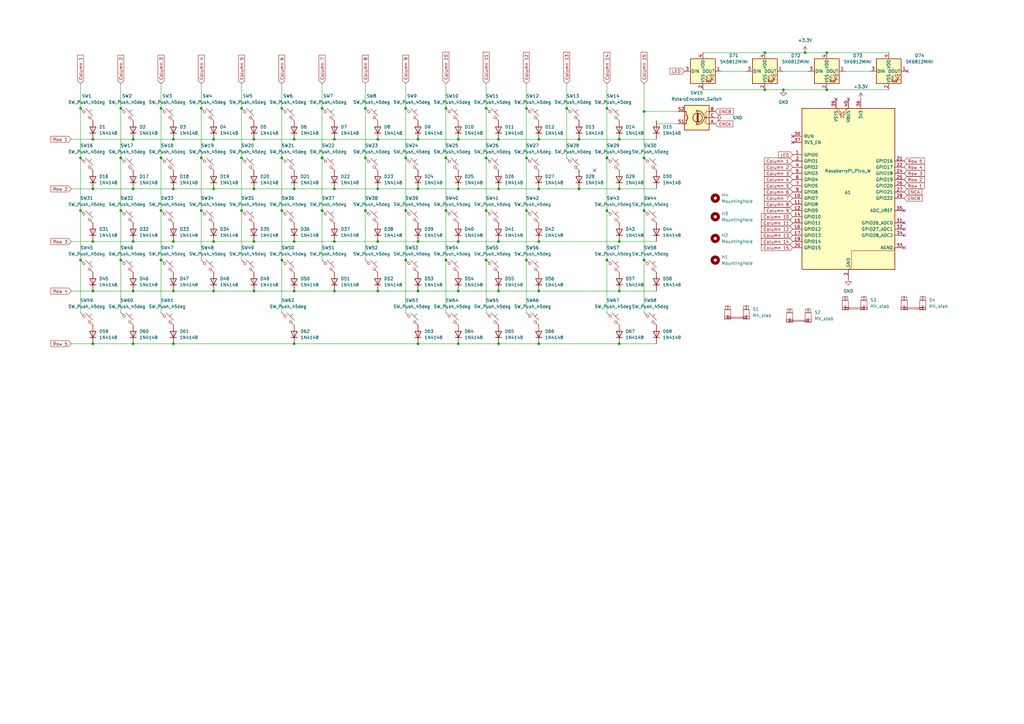
<source format=kicad_sch>
(kicad_sch (version 20250114) (generator "eeschema") (generator_version "9.0")
  (paper "A3")
  (junction (at 171.45 99.06))
  (junction (at 71.12 119.38))
  (junction (at 71.12 99.06))
  (junction (at 199.39 44.45))
  (junction (at 166.37 106.68))
  (junction (at 220.98 119.38))
  (junction (at 154.94 119.38))
  (junction (at 237.49 57.15))
  (junction (at 137.16 77.47))
  (junction (at 54.61 99.06))
  (junction (at 237.49 77.47))
  (junction (at 171.45 57.15))
  (junction (at 254 140.97))
  (junction (at 120.65 57.15))
  (junction (at 115.57 86.36))
  (junction (at 264.16 106.68))
  (junction (at 87.63 77.47))
  (junction (at 115.57 64.77))
  (junction (at 132.08 44.45))
  (junction (at 182.88 86.36))
  (junction (at 264.16 45.72))
  (junction (at 33.02 86.36))
  (junction (at 99.06 44.45))
  (junction (at 220.98 99.06))
  (junction (at 204.47 119.38))
  (junction (at 49.53 106.68))
  (junction (at 71.12 57.15))
  (junction (at 66.04 106.68))
  (junction (at 49.53 86.36))
  (junction (at 204.47 140.97))
  (junction (at 132.08 64.77))
  (junction (at 120.65 119.38))
  (junction (at 313.69 21.59))
  (junction (at 187.96 57.15))
  (junction (at 38.1 140.97))
  (junction (at 104.14 119.38))
  (junction (at 248.92 44.45))
  (junction (at 248.92 64.77))
  (junction (at 215.9 106.68))
  (junction (at 115.57 106.68))
  (junction (at 149.86 86.36))
  (junction (at 182.88 106.68))
  (junction (at 137.16 119.38))
  (junction (at 171.45 140.97))
  (junction (at 137.16 99.06))
  (junction (at 49.53 64.77))
  (junction (at 154.94 99.06))
  (junction (at 187.96 119.38))
  (junction (at 115.57 44.45))
  (junction (at 215.9 86.36))
  (junction (at 254 77.47))
  (junction (at 38.1 99.06))
  (junction (at 33.02 64.77))
  (junction (at 248.92 86.36))
  (junction (at 199.39 86.36))
  (junction (at 264.16 64.77))
  (junction (at 38.1 119.38))
  (junction (at 71.12 140.97))
  (junction (at 38.1 57.15))
  (junction (at 182.88 44.45))
  (junction (at 264.16 86.36))
  (junction (at 54.61 57.15))
  (junction (at 330.2 21.59))
  (junction (at 54.61 140.97))
  (junction (at 220.98 57.15))
  (junction (at 54.61 77.47))
  (junction (at 149.86 44.45))
  (junction (at 204.47 57.15))
  (junction (at 182.88 64.77))
  (junction (at 82.55 86.36))
  (junction (at 199.39 106.68))
  (junction (at 220.98 140.97))
  (junction (at 254 119.38))
  (junction (at 313.69 36.83))
  (junction (at 33.02 44.45))
  (junction (at 166.37 64.77))
  (junction (at 38.1 77.47))
  (junction (at 187.96 99.06))
  (junction (at 339.09 21.59))
  (junction (at 254 57.15))
  (junction (at 204.47 77.47))
  (junction (at 254 99.06))
  (junction (at 99.06 64.77))
  (junction (at 171.45 77.47))
  (junction (at 66.04 44.45))
  (junction (at 82.55 64.77))
  (junction (at 166.37 44.45))
  (junction (at 220.98 77.47))
  (junction (at 71.12 77.47))
  (junction (at 339.09 36.83))
  (junction (at 66.04 86.36))
  (junction (at 104.14 99.06))
  (junction (at 149.86 64.77))
  (junction (at 132.08 86.36))
  (junction (at 166.37 86.36))
  (junction (at 33.02 106.68))
  (junction (at 187.96 140.97))
  (junction (at 104.14 57.15))
  (junction (at 49.53 44.45))
  (junction (at 82.55 44.45))
  (junction (at 154.94 57.15))
  (junction (at 87.63 119.38))
  (junction (at 171.45 119.38))
  (junction (at 204.47 99.06))
  (junction (at 199.39 64.77))
  (junction (at 87.63 99.06))
  (junction (at 187.96 77.47))
  (junction (at 120.65 99.06))
  (junction (at 154.94 77.47))
  (junction (at 66.04 64.77))
  (junction (at 321.31 36.83))
  (junction (at 215.9 64.77))
  (junction (at 104.14 77.47))
  (junction (at 87.63 57.15))
  (junction (at 248.92 106.68))
  (junction (at 120.65 77.47))
  (junction (at 137.16 57.15))
  (junction (at 54.61 119.38))
  (junction (at 232.41 44.45))
  (junction (at 99.06 86.36))
  (junction (at 215.9 44.45))
  (junction (at 120.65 140.97))
  (no_connect (at 370.84 96.52))
  (no_connect (at 347.98 40.64))
  (no_connect (at 325.12 58.42))
  (no_connect (at 370.84 91.44))
  (no_connect (at 370.84 86.36))
  (no_connect (at 243.84 69.85))
  (no_connect (at 342.9 40.64))
  (no_connect (at 325.12 55.88))
  (no_connect (at 370.84 93.98))
  (no_connect (at 372.11 29.21))
  (no_connect (at 370.84 101.6))
  (wire (pts (xy 54.61 77.47) (xy 71.12 77.47)))
  (wire (pts (xy 166.37 106.68) (xy 166.37 128.27)))
  (wire (pts (xy 49.53 44.45) (xy 49.53 64.77)))
  (wire (pts (xy 120.65 77.47) (xy 137.16 77.47)))
  (wire (pts (xy 339.09 36.83) (xy 364.49 36.83)))
  (wire (pts (xy 137.16 57.15) (xy 154.94 57.15)))
  (wire (pts (xy 99.06 34.29) (xy 99.06 44.45)))
  (wire (pts (xy 149.86 44.45) (xy 149.86 64.77)))
  (wire (pts (xy 115.57 44.45) (xy 115.57 64.77)))
  (wire (pts (xy 288.29 36.83) (xy 313.69 36.83)))
  (wire (pts (xy 321.31 36.83) (xy 339.09 36.83)))
  (wire (pts (xy 29.21 119.38) (xy 38.1 119.38)))
  (wire (pts (xy 71.12 119.38) (xy 87.63 119.38)))
  (wire (pts (xy 66.04 44.45) (xy 66.04 64.77)))
  (wire (pts (xy 248.92 44.45) (xy 248.92 64.77)))
  (wire (pts (xy 166.37 44.45) (xy 166.37 64.77)))
  (wire (pts (xy 171.45 119.38) (xy 187.96 119.38)))
  (wire (pts (xy 154.94 77.47) (xy 171.45 77.47)))
  (wire (pts (xy 33.02 44.45) (xy 33.02 64.77)))
  (wire (pts (xy 33.02 64.77) (xy 33.02 86.36)))
  (wire (pts (xy 187.96 77.47) (xy 204.47 77.47)))
  (wire (pts (xy 149.86 64.77) (xy 149.86 86.36)))
  (wire (pts (xy 71.12 140.97) (xy 120.65 140.97)))
  (wire (pts (xy 264.16 45.72) (xy 278.13 45.72)))
  (wire (pts (xy 54.61 140.97) (xy 71.12 140.97)))
  (wire (pts (xy 104.14 77.47) (xy 120.65 77.47)))
  (wire (pts (xy 339.09 21.59) (xy 364.49 21.59)))
  (wire (pts (xy 115.57 106.68) (xy 115.57 128.27)))
  (wire (pts (xy 182.88 86.36) (xy 182.88 106.68)))
  (wire (pts (xy 278.13 50.8) (xy 269.24 50.8)))
  (wire (pts (xy 248.92 34.29) (xy 248.92 44.45)))
  (wire (pts (xy 132.08 34.29) (xy 132.08 44.45)))
  (wire (pts (xy 82.55 86.36) (xy 82.55 106.68)))
  (wire (pts (xy 232.41 44.45) (xy 232.41 64.77)))
  (wire (pts (xy 104.14 119.38) (xy 120.65 119.38)))
  (wire (pts (xy 33.02 34.29) (xy 33.02 44.45)))
  (wire (pts (xy 182.88 44.45) (xy 182.88 64.77)))
  (wire (pts (xy 120.65 99.06) (xy 137.16 99.06)))
  (wire (pts (xy 132.08 64.77) (xy 132.08 86.36)))
  (wire (pts (xy 204.47 77.47) (xy 220.98 77.47)))
  (wire (pts (xy 254 99.06) (xy 269.24 99.06)))
  (wire (pts (xy 49.53 64.77) (xy 49.53 86.36)))
  (wire (pts (xy 38.1 57.15) (xy 54.61 57.15)))
  (wire (pts (xy 171.45 77.47) (xy 187.96 77.47)))
  (wire (pts (xy 220.98 119.38) (xy 254 119.38)))
  (wire (pts (xy 54.61 99.06) (xy 71.12 99.06)))
  (wire (pts (xy 204.47 140.97) (xy 220.98 140.97)))
  (wire (pts (xy 330.2 21.59) (xy 339.09 21.59)))
  (wire (pts (xy 313.69 21.59) (xy 330.2 21.59)))
  (wire (pts (xy 215.9 44.45) (xy 215.9 64.77)))
  (wire (pts (xy 166.37 86.36) (xy 166.37 106.68)))
  (wire (pts (xy 99.06 86.36) (xy 99.06 106.68)))
  (wire (pts (xy 137.16 119.38) (xy 154.94 119.38)))
  (wire (pts (xy 232.41 34.29) (xy 232.41 44.45)))
  (wire (pts (xy 171.45 99.06) (xy 187.96 99.06)))
  (wire (pts (xy 248.92 86.36) (xy 248.92 106.68)))
  (wire (pts (xy 182.88 106.68) (xy 182.88 128.27)))
  (wire (pts (xy 199.39 64.77) (xy 199.39 86.36)))
  (wire (pts (xy 154.94 57.15) (xy 171.45 57.15)))
  (wire (pts (xy 187.96 99.06) (xy 204.47 99.06)))
  (wire (pts (xy 215.9 64.77) (xy 215.9 86.36)))
  (wire (pts (xy 38.1 140.97) (xy 54.61 140.97)))
  (wire (pts (xy 220.98 140.97) (xy 254 140.97)))
  (wire (pts (xy 87.63 57.15) (xy 104.14 57.15)))
  (wire (pts (xy 295.91 29.21) (xy 306.07 29.21)))
  (wire (pts (xy 166.37 64.77) (xy 166.37 86.36)))
  (wire (pts (xy 115.57 64.77) (xy 115.57 86.36)))
  (wire (pts (xy 120.65 140.97) (xy 171.45 140.97)))
  (wire (pts (xy 220.98 77.47) (xy 237.49 77.47)))
  (wire (pts (xy 149.86 86.36) (xy 149.86 106.68)))
  (wire (pts (xy 115.57 86.36) (xy 115.57 106.68)))
  (wire (pts (xy 346.71 29.21) (xy 356.87 29.21)))
  (wire (pts (xy 66.04 34.29) (xy 66.04 44.45)))
  (wire (pts (xy 137.16 77.47) (xy 154.94 77.47)))
  (wire (pts (xy 199.39 34.29) (xy 199.39 44.45)))
  (wire (pts (xy 171.45 57.15) (xy 187.96 57.15)))
  (wire (pts (xy 204.47 57.15) (xy 220.98 57.15)))
  (wire (pts (xy 82.55 64.77) (xy 82.55 86.36)))
  (wire (pts (xy 66.04 64.77) (xy 66.04 86.36)))
  (wire (pts (xy 33.02 106.68) (xy 33.02 128.27)))
  (wire (pts (xy 182.88 34.29) (xy 182.88 44.45)))
  (wire (pts (xy 29.21 140.97) (xy 38.1 140.97)))
  (wire (pts (xy 38.1 99.06) (xy 54.61 99.06)))
  (wire (pts (xy 54.61 57.15) (xy 71.12 57.15)))
  (wire (pts (xy 66.04 86.36) (xy 66.04 106.68)))
  (wire (pts (xy 237.49 57.15) (xy 254 57.15)))
  (wire (pts (xy 87.63 99.06) (xy 104.14 99.06)))
  (wire (pts (xy 29.21 57.15) (xy 38.1 57.15)))
  (wire (pts (xy 237.49 77.47) (xy 254 77.47)))
  (wire (pts (xy 264.16 86.36) (xy 264.16 106.68)))
  (wire (pts (xy 264.16 106.68) (xy 264.16 128.27)))
  (wire (pts (xy 199.39 106.68) (xy 199.39 128.27)))
  (wire (pts (xy 288.29 21.59) (xy 313.69 21.59)))
  (wire (pts (xy 132.08 44.45) (xy 132.08 64.77)))
  (wire (pts (xy 321.31 29.21) (xy 331.47 29.21)))
  (wire (pts (xy 264.16 64.77) (xy 264.16 86.36)))
  (wire (pts (xy 215.9 34.29) (xy 215.9 44.45)))
  (wire (pts (xy 49.53 34.29) (xy 49.53 44.45)))
  (wire (pts (xy 120.65 57.15) (xy 137.16 57.15)))
  (wire (pts (xy 254 77.47) (xy 269.24 77.47)))
  (wire (pts (xy 82.55 44.45) (xy 82.55 64.77)))
  (wire (pts (xy 99.06 64.77) (xy 99.06 86.36)))
  (wire (pts (xy 87.63 119.38) (xy 104.14 119.38)))
  (wire (pts (xy 166.37 34.29) (xy 166.37 44.45)))
  (wire (pts (xy 154.94 119.38) (xy 171.45 119.38)))
  (wire (pts (xy 29.21 77.47) (xy 38.1 77.47)))
  (wire (pts (xy 187.96 119.38) (xy 204.47 119.38)))
  (wire (pts (xy 187.96 57.15) (xy 204.47 57.15)))
  (wire (pts (xy 204.47 99.06) (xy 220.98 99.06)))
  (wire (pts (xy 82.55 34.29) (xy 82.55 44.45)))
  (wire (pts (xy 215.9 106.68) (xy 215.9 128.27)))
  (wire (pts (xy 49.53 106.68) (xy 49.53 128.27)))
  (wire (pts (xy 254 57.15) (xy 269.24 57.15)))
  (wire (pts (xy 220.98 57.15) (xy 237.49 57.15)))
  (wire (pts (xy 87.63 77.47) (xy 104.14 77.47)))
  (wire (pts (xy 254 119.38) (xy 269.24 119.38)))
  (wire (pts (xy 248.92 64.77) (xy 248.92 86.36)))
  (wire (pts (xy 199.39 44.45) (xy 199.39 64.77)))
  (wire (pts (xy 313.69 36.83) (xy 321.31 36.83)))
  (wire (pts (xy 187.96 140.97) (xy 204.47 140.97)))
  (wire (pts (xy 220.98 99.06) (xy 254 99.06)))
  (wire (pts (xy 149.86 34.29) (xy 149.86 44.45)))
  (wire (pts (xy 71.12 57.15) (xy 87.63 57.15)))
  (wire (pts (xy 171.45 140.97) (xy 187.96 140.97)))
  (wire (pts (xy 66.04 106.68) (xy 66.04 128.27)))
  (wire (pts (xy 137.16 99.06) (xy 154.94 99.06)))
  (wire (pts (xy 104.14 99.06) (xy 120.65 99.06)))
  (wire (pts (xy 115.57 34.29) (xy 115.57 44.45)))
  (wire (pts (xy 199.39 86.36) (xy 199.39 106.68)))
  (wire (pts (xy 248.92 106.68) (xy 248.92 128.27)))
  (wire (pts (xy 120.65 119.38) (xy 137.16 119.38)))
  (wire (pts (xy 49.53 86.36) (xy 49.53 106.68)))
  (wire (pts (xy 38.1 77.47) (xy 54.61 77.47)))
  (wire (pts (xy 254 140.97) (xy 269.24 140.97)))
  (wire (pts (xy 154.94 99.06) (xy 171.45 99.06)))
  (wire (pts (xy 29.21 99.06) (xy 38.1 99.06)))
  (wire (pts (xy 71.12 99.06) (xy 87.63 99.06)))
  (wire (pts (xy 182.88 64.77) (xy 182.88 86.36)))
  (wire (pts (xy 54.61 119.38) (xy 71.12 119.38)))
  (wire (pts (xy 99.06 44.45) (xy 99.06 64.77)))
  (wire (pts (xy 132.08 86.36) (xy 132.08 106.68)))
  (wire (pts (xy 33.02 86.36) (xy 33.02 106.68)))
  (wire (pts (xy 38.1 119.38) (xy 54.61 119.38)))
  (wire (pts (xy 104.14 57.15) (xy 120.65 57.15)))
  (wire (pts (xy 264.16 34.29) (xy 264.16 45.72)))
  (wire (pts (xy 71.12 77.47) (xy 87.63 77.47)))
  (wire (pts (xy 215.9 86.36) (xy 215.9 106.68)))
  (wire (pts (xy 204.47 119.38) (xy 220.98 119.38)))
  (wire (pts (xy 264.16 45.72) (xy 264.16 64.77)))
  (wire (pts (xy 269.24 50.8) (xy 269.24 49.53)))
  (global_label "Column 7" (shape input) (at 325.12 81.28 180) (property "Intersheetrefs" "${INTERSHEET_REFS}" (effects (hide yes))))
  (global_label "Column 10" (shape input) (at 325.12 88.9 180) (property "Intersheetrefs" "${INTERSHEET_REFS}" (effects (hide yes))))
  (global_label "Column 13" (shape input) (at 232.41 34.29 90) (property "Intersheetrefs" "${INTERSHEET_REFS}" (effects (hide yes))))
  (global_label "Column 3" (shape input) (at 325.12 71.12 180) (property "Intersheetrefs" "${INTERSHEET_REFS}" (effects (hide yes))))
  (global_label "Column 14" (shape input) (at 325.12 99.06 180) (property "Intersheetrefs" "${INTERSHEET_REFS}" (effects (hide yes))))
  (global_label "Column 2" (shape input) (at 49.53 34.29 90) (property "Intersheetrefs" "${INTERSHEET_REFS}" (effects (hide yes))))
  (global_label "Column 15" (shape input) (at 325.12 101.6 180) (property "Intersheetrefs" "${INTERSHEET_REFS}" (effects (hide yes))))
  (global_label "Column 12" (shape input) (at 215.9 34.29 90) (property "Intersheetrefs" "${INTERSHEET_REFS}" (effects (hide yes))))
  (global_label "Column 1" (shape input) (at 325.12 66.04 180) (property "Intersheetrefs" "${INTERSHEET_REFS}" (effects (hide yes))))
  (global_label "Row 2" (shape input) (at 29.21 77.47 180) (property "Intersheetrefs" "${INTERSHEET_REFS}" (effects (hide yes))))
  (global_label "Column 4" (shape input) (at 82.55 34.29 90) (property "Intersheetrefs" "${INTERSHEET_REFS}" (effects (hide yes))))
  (global_label "Row 5" (shape input) (at 370.84 66.04 0) (property "Intersheetrefs" "${INTERSHEET_REFS}" (effects (hide yes))))
  (global_label "Column 3" (shape input) (at 66.04 34.29 90) (property "Intersheetrefs" "${INTERSHEET_REFS}" (effects (hide yes))))
  (global_label "Column 5" (shape input) (at 325.12 76.2 180) (property "Intersheetrefs" "${INTERSHEET_REFS}" (effects (hide yes))))
  (global_label "Column 4" (shape input) (at 325.12 73.66 180) (property "Intersheetrefs" "${INTERSHEET_REFS}" (effects (hide yes))))
  (global_label "Column 7" (shape input) (at 132.08 34.29 90) (property "Intersheetrefs" "${INTERSHEET_REFS}" (effects (hide yes))))
  (global_label "Column 8" (shape input) (at 149.86 34.29 90) (property "Intersheetrefs" "${INTERSHEET_REFS}" (effects (hide yes))))
  (global_label "Row 3" (shape input) (at 29.21 99.06 180) (property "Intersheetrefs" "${INTERSHEET_REFS}" (effects (hide yes))))
  (global_label "Row 2" (shape input) (at 370.84 73.66 0) (property "Intersheetrefs" "${INTERSHEET_REFS}" (effects (hide yes))))
  (global_label "ENCA" (shape input) (at 370.84 78.74 0) (property "Intersheetrefs" "${INTERSHEET_REFS}" (effects (hide yes))))
  (global_label "Column 14" (shape input) (at 248.92 34.29 90) (property "Intersheetrefs" "${INTERSHEET_REFS}" (effects (hide yes))))
  (global_label "Column 5" (shape input) (at 99.06 34.29 90) (property "Intersheetrefs" "${INTERSHEET_REFS}" (effects (hide yes))))
  (global_label "Column 9" (shape input) (at 166.37 34.29 90) (property "Intersheetrefs" "${INTERSHEET_REFS}" (effects (hide yes))))
  (global_label "ENCA" (shape input) (at 293.37 50.8 0) (property "Intersheetrefs" "${INTERSHEET_REFS}" (effects (hide yes))))
  (global_label "Column 13" (shape input) (at 325.12 96.52 180) (property "Intersheetrefs" "${INTERSHEET_REFS}" (effects (hide yes))))
  (global_label "ENCB" (shape input) (at 370.84 81.28 0) (property "Intersheetrefs" "${INTERSHEET_REFS}" (effects (hide yes))))
  (global_label "Row 5" (shape input) (at 29.21 140.97 180) (property "Intersheetrefs" "${INTERSHEET_REFS}" (effects (hide yes))))
  (global_label "Column 2" (shape input) (at 325.12 68.58 180) (property "Intersheetrefs" "${INTERSHEET_REFS}" (effects (hide yes))))
  (global_label "Column 6" (shape input) (at 325.12 78.74 180) (property "Intersheetrefs" "${INTERSHEET_REFS}" (effects (hide yes))))
  (global_label "LED" (shape input) (at 280.67 29.21 180) (property "Intersheetrefs" "${INTERSHEET_REFS}" (effects (hide yes))))
  (global_label "Column 11" (shape input) (at 199.39 34.29 90) (property "Intersheetrefs" "${INTERSHEET_REFS}" (effects (hide yes))))
  (global_label "Row 4" (shape input) (at 370.84 68.58 0) (property "Intersheetrefs" "${INTERSHEET_REFS}" (effects (hide yes))))
  (global_label "Row 1" (shape input) (at 29.21 57.15 180) (property "Intersheetrefs" "${INTERSHEET_REFS}" (effects (hide yes))))
  (global_label "Column 1" (shape input) (at 33.02 34.29 90) (property "Intersheetrefs" "${INTERSHEET_REFS}" (effects (hide yes))))
  (global_label "Row 1" (shape input) (at 370.84 76.2 0) (property "Intersheetrefs" "${INTERSHEET_REFS}" (effects (hide yes))))
  (global_label "Column 10" (shape input) (at 182.88 34.29 90) (property "Intersheetrefs" "${INTERSHEET_REFS}" (effects (hide yes))))
  (global_label "Column 9" (shape input) (at 325.12 86.36 180) (property "Intersheetrefs" "${INTERSHEET_REFS}" (effects (hide yes))))
  (global_label "ENCB" (shape input) (at 293.37 45.72 0) (property "Intersheetrefs" "${INTERSHEET_REFS}" (effects (hide yes))))
  (global_label "LED" (shape input) (at 325.12 63.5 180) (property "Intersheetrefs" "${INTERSHEET_REFS}" (effects (hide yes))))
  (global_label "Column 15" (shape input) (at 264.16 34.29 90) (property "Intersheetrefs" "${INTERSHEET_REFS}" (effects (hide yes))))
  (global_label "Column 11" (shape input) (at 325.12 91.44 180) (property "Intersheetrefs" "${INTERSHEET_REFS}" (effects (hide yes))))
  (global_label "Column 8" (shape input) (at 325.12 83.82 180) (property "Intersheetrefs" "${INTERSHEET_REFS}" (effects (hide yes))))
  (global_label "Column 12" (shape input) (at 325.12 93.98 180) (property "Intersheetrefs" "${INTERSHEET_REFS}" (effects (hide yes))))
  (global_label "Column 6" (shape input) (at 115.57 34.29 90) (property "Intersheetrefs" "${INTERSHEET_REFS}" (effects (hide yes))))
  (global_label "Row 4" (shape input) (at 29.21 119.38 180) (property "Intersheetrefs" "${INTERSHEET_REFS}" (effects (hide yes))))
  (global_label "Row 3" (shape input) (at 370.84 71.12 0) (property "Intersheetrefs" "${INTERSHEET_REFS}" (effects (hide yes))))
  (symbol (lib_id "Diode:1N4148") (at 254 73.66 90) (unit 1)
    (property "Reference" "D29" (at 256.54 72.3899 90) (effects (justify right)))
    (property "Value" "1N4148" (at 256.54 74.9299 90) (effects (justify right)))
    (property "Footprint" "Diode_THT:D_DO-35_SOD27_P7.62mm_Horizontal" (effects (hide yes)))
    (property "Datasheet" "https://assets.nexperia.com/documents/data-sheet/1N4148_1N4448.pdf" (effects (hide yes)))
    (property "Description" "100V 0.15A standard switching diode, DO-35" (effects (hide yes)))
    (property "Sim.Device" "D" (effects (hide yes)))
    (property "Sim.Pins" "1=K 2=A" (effects (hide yes)))
  )
  (symbol (lib_id "Switch:SW_Push_45deg") (at 118.11 46.99 0) (unit 1)
    (property "Reference" "SW6" (at 118.11 39.37 0))
    (property "Value" "SW_Push_45deg" (at 118.11 41.91 0))
    (property "Footprint" "MX:SW_MX_1u" (effects (hide yes)))
    (property "Description" "Push button switch, normally open, two pins, 45° tilted" (effects (hide yes)))
  )
  (symbol (lib_id "mx:MX_stab") (at 327.66 129.54 0) (unit 1)
    (property "Reference" "S2" (at 334.01 128.1429 0) (effects (justify left)))
    (property "Value" "MX_stab" (at 334.01 130.6829 0) (effects (justify left)))
    (property "Footprint" "MX:STAB_MX_2u" (effects (hide yes)))
    (property "Description" "Cherry MX-style stabilizer" (effects (hide yes)))
  )
  (symbol (lib_id "Device:RotaryEncoder_Switch") (at 285.75 48.26 180) (unit 1)
    (property "Reference" "SW15" (at 285.75 38.1 0))
    (property "Value" "RotaryEncoder_Switch" (at 285.75 40.64 0))
    (property "Footprint" "Rotary_Encoder:RotaryEncoder_Alps_EC11E-Switch_Vertical_H20mm" (effects (hide yes)))
    (property "Description" "Rotary encoder, dual channel, incremental quadrate outputs, with switch" (effects (hide yes)))
  )
  (symbol (lib_id "power:GND") (at 321.31 36.83 0) (unit 1)
    (property "Reference" "#PWR04" (effects (hide yes)))
    (property "Value" "GND" (at 321.31 41.91 0))
    (property "Description" "Power symbol creates a global label with name \"GND\" , ground" (effects (hide yes)))
  )
  (symbol (lib_id "Diode:1N4148") (at 187.96 73.66 90) (unit 1)
    (property "Reference" "D25" (at 190.5 72.3899 90) (effects (justify right)))
    (property "Value" "1N4148" (at 190.5 74.9299 90) (effects (justify right)))
    (property "Footprint" "Diode_THT:D_DO-35_SOD27_P7.62mm_Horizontal" (effects (hide yes)))
    (property "Datasheet" "https://assets.nexperia.com/documents/data-sheet/1N4148_1N4448.pdf" (effects (hide yes)))
    (property "Description" "100V 0.15A standard switching diode, DO-35" (effects (hide yes)))
    (property "Sim.Device" "D" (effects (hide yes)))
    (property "Sim.Pins" "1=K 2=A" (effects (hide yes)))
  )
  (symbol (lib_id "Diode:1N4148") (at 120.65 53.34 90) (unit 1)
    (property "Reference" "D6" (at 123.19 52.0699 90) (effects (justify right)))
    (property "Value" "1N4148" (at 123.19 54.6099 90) (effects (justify right)))
    (property "Footprint" "Diode_THT:D_DO-35_SOD27_P7.62mm_Horizontal" (effects (hide yes)))
    (property "Datasheet" "https://assets.nexperia.com/documents/data-sheet/1N4148_1N4448.pdf" (effects (hide yes)))
    (property "Description" "100V 0.15A standard switching diode, DO-35" (effects (hide yes)))
    (property "Sim.Device" "D" (effects (hide yes)))
    (property "Sim.Pins" "1=K 2=A" (effects (hide yes)))
  )
  (symbol (lib_id "Diode:1N4148") (at 171.45 95.25 90) (unit 1)
    (property "Reference" "D39" (at 173.99 93.9799 90) (effects (justify right)))
    (property "Value" "1N4148" (at 173.99 96.5199 90) (effects (justify right)))
    (property "Footprint" "Diode_THT:D_DO-35_SOD27_P7.62mm_Horizontal" (effects (hide yes)))
    (property "Datasheet" "https://assets.nexperia.com/documents/data-sheet/1N4148_1N4448.pdf" (effects (hide yes)))
    (property "Description" "100V 0.15A standard switching diode, DO-35" (effects (hide yes)))
    (property "Sim.Device" "D" (effects (hide yes)))
    (property "Sim.Pins" "1=K 2=A" (effects (hide yes)))
  )
  (symbol (lib_id "Diode:1N4148") (at 71.12 95.25 90) (unit 1)
    (property "Reference" "D33" (at 73.66 93.9799 90) (effects (justify right)))
    (property "Value" "1N4148" (at 73.66 96.5199 90) (effects (justify right)))
    (property "Footprint" "Diode_THT:D_DO-35_SOD27_P7.62mm_Horizontal" (effects (hide yes)))
    (property "Datasheet" "https://assets.nexperia.com/documents/data-sheet/1N4148_1N4448.pdf" (effects (hide yes)))
    (property "Description" "100V 0.15A standard switching diode, DO-35" (effects (hide yes)))
    (property "Sim.Device" "D" (effects (hide yes)))
    (property "Sim.Pins" "1=K 2=A" (effects (hide yes)))
  )
  (symbol (lib_id "Diode:1N4148") (at 71.12 53.34 90) (unit 1)
    (property "Reference" "D3" (at 73.66 52.0699 90) (effects (justify right)))
    (property "Value" "1N4148" (at 73.66 54.6099 90) (effects (justify right)))
    (property "Footprint" "Diode_THT:D_DO-35_SOD27_P7.62mm_Horizontal" (effects (hide yes)))
    (property "Datasheet" "https://assets.nexperia.com/documents/data-sheet/1N4148_1N4448.pdf" (effects (hide yes)))
    (property "Description" "100V 0.15A standard switching diode, DO-35" (effects (hide yes)))
    (property "Sim.Device" "D" (effects (hide yes)))
    (property "Sim.Pins" "1=K 2=A" (effects (hide yes)))
  )
  (symbol (lib_id "Diode:1N4148") (at 120.65 115.57 90) (unit 1)
    (property "Reference" "D50" (at 123.19 114.2999 90) (effects (justify right)))
    (property "Value" "1N4148" (at 123.19 116.8399 90) (effects (justify right)))
    (property "Footprint" "Diode_THT:D_DO-35_SOD27_P7.62mm_Horizontal" (effects (hide yes)))
    (property "Datasheet" "https://assets.nexperia.com/documents/data-sheet/1N4148_1N4448.pdf" (effects (hide yes)))
    (property "Description" "100V 0.15A standard switching diode, DO-35" (effects (hide yes)))
    (property "Sim.Device" "D" (effects (hide yes)))
    (property "Sim.Pins" "1=K 2=A" (effects (hide yes)))
  )
  (symbol (lib_id "LED:SK6812MINI") (at 364.49 29.21 0) (unit 1)
    (property "Reference" "D74" (at 377.19 22.7898 0))
    (property "Value" "SK6812MINI" (at 377.19 25.3298 0))
    (property "Footprint" "LED_SMD:LED_SK6812MINI_PLCC4_3.5x3.5mm_P1.75mm" (effects (hide yes)))
    (property "Datasheet" "https://cdn-shop.adafruit.com/product-files/2686/SK6812MINI_REV.01-1-2.pdf" (effects (hide yes)))
    (property "Description" "RGB LED with integrated controller" (effects (hide yes)))
  )
  (symbol (lib_id "Diode:1N4148") (at 71.12 115.57 90) (unit 1)
    (property "Reference" "D47" (at 73.66 114.2999 90) (effects (justify right)))
    (property "Value" "1N4148" (at 73.66 116.8399 90) (effects (justify right)))
    (property "Footprint" "Diode_THT:D_DO-35_SOD27_P7.62mm_Horizontal" (effects (hide yes)))
    (property "Datasheet" "https://assets.nexperia.com/documents/data-sheet/1N4148_1N4448.pdf" (effects (hide yes)))
    (property "Description" "100V 0.15A standard switching diode, DO-35" (effects (hide yes)))
    (property "Sim.Device" "D" (effects (hide yes)))
    (property "Sim.Pins" "1=K 2=A" (effects (hide yes)))
  )
  (symbol (lib_id "Diode:1N4148") (at 120.65 73.66 90) (unit 1)
    (property "Reference" "D21" (at 123.19 72.3899 90) (effects (justify right)))
    (property "Value" "1N4148" (at 123.19 74.9299 90) (effects (justify right)))
    (property "Footprint" "Diode_THT:D_DO-35_SOD27_P7.62mm_Horizontal" (effects (hide yes)))
    (property "Datasheet" "https://assets.nexperia.com/documents/data-sheet/1N4148_1N4448.pdf" (effects (hide yes)))
    (property "Description" "100V 0.15A standard switching diode, DO-35" (effects (hide yes)))
    (property "Sim.Device" "D" (effects (hide yes)))
    (property "Sim.Pins" "1=K 2=A" (effects (hide yes)))
  )
  (symbol (lib_id "Diode:1N4148") (at 54.61 53.34 90) (unit 1)
    (property "Reference" "D2" (at 57.15 52.0699 90) (effects (justify right)))
    (property "Value" "1N4148" (at 57.15 54.6099 90) (effects (justify right)))
    (property "Footprint" "Diode_THT:D_DO-35_SOD27_P7.62mm_Horizontal" (effects (hide yes)))
    (property "Datasheet" "https://assets.nexperia.com/documents/data-sheet/1N4148_1N4448.pdf" (effects (hide yes)))
    (property "Description" "100V 0.15A standard switching diode, DO-35" (effects (hide yes)))
    (property "Sim.Device" "D" (effects (hide yes)))
    (property "Sim.Pins" "1=K 2=A" (effects (hide yes)))
  )
  (symbol (lib_id "Diode:1N4148") (at 104.14 53.34 90) (unit 1)
    (property "Reference" "D5" (at 106.68 52.0699 90) (effects (justify right)))
    (property "Value" "1N4148" (at 106.68 54.6099 90) (effects (justify right)))
    (property "Footprint" "Diode_THT:D_DO-35_SOD27_P7.62mm_Horizontal" (effects (hide yes)))
    (property "Datasheet" "https://assets.nexperia.com/documents/data-sheet/1N4148_1N4448.pdf" (effects (hide yes)))
    (property "Description" "100V 0.15A standard switching diode, DO-35" (effects (hide yes)))
    (property "Sim.Device" "D" (effects (hide yes)))
    (property "Sim.Pins" "1=K 2=A" (effects (hide yes)))
  )
  (symbol (lib_id "Switch:SW_Push_45deg") (at 52.07 46.99 0) (unit 1)
    (property "Reference" "SW2" (at 52.07 39.37 0))
    (property "Value" "SW_Push_45deg" (at 52.07 41.91 0))
    (property "Footprint" "MX:SW_MX_1u" (effects (hide yes)))
    (property "Description" "Push button switch, normally open, two pins, 45° tilted" (effects (hide yes)))
  )
  (symbol (lib_id "Mechanical:MountingHole") (at 293.37 97.79 0) (unit 1) (in_bom no)
    (property "Reference" "H2" (at 295.91 96.5199 0) (effects (justify left)))
    (property "Value" "MountingHole" (at 295.91 99.0599 0) (effects (justify left)))
    (property "Footprint" "MountingHole:MountingHole_3.2mm_M3_DIN965_Pad_TopBottom" (effects (hide yes)))
    (property "Description" "Mounting Hole without connection" (effects (hide yes)))
  )
  (symbol (lib_id "Switch:SW_Push_45deg") (at 234.95 46.99 0) (unit 1)
    (property "Reference" "SW13" (at 234.95 39.37 0))
    (property "Value" "SW_Push_45deg" (at 234.95 41.91 0))
    (property "Footprint" "MX:SW_MX_1u" (effects (hide yes)))
    (property "Description" "Push button switch, normally open, two pins, 45° tilted" (effects (hide yes)))
  )
  (symbol (lib_id "Switch:SW_Push_45deg") (at 185.42 67.31 0) (unit 1)
    (property "Reference" "SW25" (at 185.42 59.69 0))
    (property "Value" "SW_Push_45deg" (at 185.42 62.23 0))
    (property "Footprint" "MX:SW_MX_1u" (effects (hide yes)))
    (property "Description" "Push button switch, normally open, two pins, 45° tilted" (effects (hide yes)))
  )
  (symbol (lib_id "Diode:1N4148") (at 38.1 95.25 90) (unit 1)
    (property "Reference" "D31" (at 40.64 93.9799 90) (effects (justify right)))
    (property "Value" "1N4148" (at 40.64 96.5199 90) (effects (justify right)))
    (property "Footprint" "Diode_THT:D_DO-35_SOD27_P7.62mm_Horizontal" (effects (hide yes)))
    (property "Datasheet" "https://assets.nexperia.com/documents/data-sheet/1N4148_1N4448.pdf" (effects (hide yes)))
    (property "Description" "100V 0.15A standard switching diode, DO-35" (effects (hide yes)))
    (property "Sim.Device" "D" (effects (hide yes)))
    (property "Sim.Pins" "1=K 2=A" (effects (hide yes)))
  )
  (symbol (lib_id "Diode:1N4148") (at 237.49 73.66 90) (unit 1)
    (property "Reference" "D28" (at 240.03 72.3899 90) (effects (justify right)))
    (property "Value" "1N4148" (at 240.03 74.9299 90) (effects (justify right)))
    (property "Footprint" "Diode_THT:D_DO-35_SOD27_P7.62mm_Horizontal" (effects (hide yes)))
    (property "Datasheet" "https://assets.nexperia.com/documents/data-sheet/1N4148_1N4448.pdf" (effects (hide yes)))
    (property "Description" "100V 0.15A standard switching diode, DO-35" (effects (hide yes)))
    (property "Sim.Device" "D" (effects (hide yes)))
    (property "Sim.Pins" "1=K 2=A" (effects (hide yes)))
  )
  (symbol (lib_id "Diode:1N4148") (at 154.94 73.66 90) (unit 1)
    (property "Reference" "D23" (at 157.48 72.3899 90) (effects (justify right)))
    (property "Value" "1N4148" (at 157.48 74.9299 90) (effects (justify right)))
    (property "Footprint" "Diode_THT:D_DO-35_SOD27_P7.62mm_Horizontal" (effects (hide yes)))
    (property "Datasheet" "https://assets.nexperia.com/documents/data-sheet/1N4148_1N4448.pdf" (effects (hide yes)))
    (property "Description" "100V 0.15A standard switching diode, DO-35" (effects (hide yes)))
    (property "Sim.Device" "D" (effects (hide yes)))
    (property "Sim.Pins" "1=K 2=A" (effects (hide yes)))
  )
  (symbol (lib_id "Switch:SW_Push_45deg") (at 185.42 130.81 0) (unit 1)
    (property "Reference" "SW64" (at 185.42 123.19 0))
    (property "Value" "SW_Push_45deg" (at 185.42 125.73 0))
    (property "Footprint" "MX:SW_MX_1u" (effects (hide yes)))
    (property "Description" "Push button switch, normally open, two pins, 45° tilted" (effects (hide yes)))
  )
  (symbol (lib_id "Diode:1N4148") (at 54.61 137.16 90) (unit 1)
    (property "Reference" "D60" (at 57.15 135.8899 90) (effects (justify right)))
    (property "Value" "1N4148" (at 57.15 138.4299 90) (effects (justify right)))
    (property "Footprint" "Diode_THT:D_DO-35_SOD27_P7.62mm_Horizontal" (effects (hide yes)))
    (property "Datasheet" "https://assets.nexperia.com/documents/data-sheet/1N4148_1N4448.pdf" (effects (hide yes)))
    (property "Description" "100V 0.15A standard switching diode, DO-35" (effects (hide yes)))
    (property "Sim.Device" "D" (effects (hide yes)))
    (property "Sim.Pins" "1=K 2=A" (effects (hide yes)))
  )
  (symbol (lib_id "Diode:1N4148") (at 254 53.34 90) (unit 1)
    (property "Reference" "D14" (at 256.54 52.0699 90) (effects (justify right)))
    (property "Value" "1N4148" (at 256.54 54.6099 90) (effects (justify right)))
    (property "Footprint" "Diode_THT:D_DO-35_SOD27_P7.62mm_Horizontal" (effects (hide yes)))
    (property "Datasheet" "https://assets.nexperia.com/documents/data-sheet/1N4148_1N4448.pdf" (effects (hide yes)))
    (property "Description" "100V 0.15A standard switching diode, DO-35" (effects (hide yes)))
    (property "Sim.Device" "D" (effects (hide yes)))
    (property "Sim.Pins" "1=K 2=A" (effects (hide yes)))
  )
  (symbol (lib_id "Switch:SW_Push_45deg") (at 251.46 130.81 0) (unit 1)
    (property "Reference" "SW67" (at 251.46 123.19 0))
    (property "Value" "SW_Push_45deg" (at 251.46 125.73 0))
    (property "Footprint" "MX:SW_MX_1u" (effects (hide yes)))
    (property "Description" "Push button switch, normally open, two pins, 45° tilted" (effects (hide yes)))
  )
  (symbol (lib_id "Switch:SW_Push_45deg") (at 101.6 46.99 0) (unit 1)
    (property "Reference" "SW5" (at 101.6 39.37 0))
    (property "Value" "SW_Push_45deg" (at 101.6 41.91 0))
    (property "Footprint" "MX:SW_MX_1u" (effects (hide yes)))
    (property "Description" "Push button switch, normally open, two pins, 45° tilted" (effects (hide yes)))
  )
  (symbol (lib_id "Diode:1N4148") (at 269.24 115.57 90) (unit 1)
    (property "Reference" "D58" (at 271.78 114.2999 90) (effects (justify right)))
    (property "Value" "1N4148" (at 271.78 116.8399 90) (effects (justify right)))
    (property "Footprint" "Diode_THT:D_DO-35_SOD27_P7.62mm_Horizontal" (effects (hide yes)))
    (property "Datasheet" "https://assets.nexperia.com/documents/data-sheet/1N4148_1N4448.pdf" (effects (hide yes)))
    (property "Description" "100V 0.15A standard switching diode, DO-35" (effects (hide yes)))
    (property "Sim.Device" "D" (effects (hide yes)))
    (property "Sim.Pins" "1=K 2=A" (effects (hide yes)))
  )
  (symbol (lib_id "Switch:SW_Push_45deg") (at 168.91 88.9 0) (unit 1)
    (property "Reference" "SW39" (at 168.91 81.28 0))
    (property "Value" "SW_Push_45deg" (at 168.91 83.82 0))
    (property "Footprint" "MX:SW_MX_1u" (effects (hide yes)))
    (property "Description" "Push button switch, normally open, two pins, 45° tilted" (effects (hide yes)))
  )
  (symbol (lib_id "Switch:SW_Push_45deg") (at 168.91 67.31 0) (unit 1)
    (property "Reference" "SW24" (at 168.91 59.69 0))
    (property "Value" "SW_Push_45deg" (at 168.91 62.23 0))
    (property "Footprint" "MX:SW_MX_1u" (effects (hide yes)))
    (property "Description" "Push button switch, normally open, two pins, 45° tilted" (effects (hide yes)))
  )
  (symbol (lib_id "Diode:1N4148") (at 38.1 115.57 90) (unit 1)
    (property "Reference" "D45" (at 40.64 114.2999 90) (effects (justify right)))
    (property "Value" "1N4148" (at 40.64 116.8399 90) (effects (justify right)))
    (property "Footprint" "Diode_THT:D_DO-35_SOD27_P7.62mm_Horizontal" (effects (hide yes)))
    (property "Datasheet" "https://assets.nexperia.com/documents/data-sheet/1N4148_1N4448.pdf" (effects (hide yes)))
    (property "Description" "100V 0.15A standard switching diode, DO-35" (effects (hide yes)))
    (property "Sim.Device" "D" (effects (hide yes)))
    (property "Sim.Pins" "1=K 2=A" (effects (hide yes)))
  )
  (symbol (lib_id "Diode:1N4148") (at 87.63 95.25 90) (unit 1)
    (property "Reference" "D34" (at 90.17 93.9799 90) (effects (justify right)))
    (property "Value" "1N4148" (at 90.17 96.5199 90) (effects (justify right)))
    (property "Footprint" "Diode_THT:D_DO-35_SOD27_P7.62mm_Horizontal" (effects (hide yes)))
    (property "Datasheet" "https://assets.nexperia.com/documents/data-sheet/1N4148_1N4448.pdf" (effects (hide yes)))
    (property "Description" "100V 0.15A standard switching diode, DO-35" (effects (hide yes)))
    (property "Sim.Device" "D" (effects (hide yes)))
    (property "Sim.Pins" "1=K 2=A" (effects (hide yes)))
  )
  (symbol (lib_id "Switch:SW_Push_45deg") (at 35.56 109.22 0) (unit 1)
    (property "Reference" "SW45" (at 35.56 101.6 0))
    (property "Value" "SW_Push_45deg" (at 35.56 104.14 0))
    (property "Footprint" "MX:SW_MX_1u" (effects (hide yes)))
    (property "Description" "Push button switch, normally open, two pins, 45° tilted" (effects (hide yes)))
  )
  (symbol (lib_id "Switch:SW_Push_45deg") (at 185.42 109.22 0) (unit 1)
    (property "Reference" "SW54" (at 185.42 101.6 0))
    (property "Value" "SW_Push_45deg" (at 185.42 104.14 0))
    (property "Footprint" "MX:SW_MX_1u" (effects (hide yes)))
    (property "Description" "Push button switch, normally open, two pins, 45° tilted" (effects (hide yes)))
  )
  (symbol (lib_id "LED:SK6812MINI") (at 288.29 29.21 0) (unit 1)
    (property "Reference" "D71" (at 300.99 22.7898 0))
    (property "Value" "SK6812MINI" (at 300.99 25.3298 0))
    (property "Footprint" "LED_SMD:LED_SK6812MINI_PLCC4_3.5x3.5mm_P1.75mm" (effects (hide yes)))
    (property "Datasheet" "https://cdn-shop.adafruit.com/product-files/2686/SK6812MINI_REV.01-1-2.pdf" (effects (hide yes)))
    (property "Description" "RGB LED with integrated controller" (effects (hide yes)))
  )
  (symbol (lib_id "Switch:SW_Push_45deg") (at 251.46 46.99 0) (unit 1)
    (property "Reference" "SW14" (at 251.46 39.37 0))
    (property "Value" "SW_Push_45deg" (at 251.46 41.91 0))
    (property "Footprint" "MX:SW_MX_1u" (effects (hide yes)))
    (property "Description" "Push button switch, normally open, two pins, 45° tilted" (effects (hide yes)))
  )
  (symbol (lib_id "Switch:SW_Push_45deg") (at 185.42 88.9 0) (unit 1)
    (property "Reference" "SW40" (at 185.42 81.28 0))
    (property "Value" "SW_Push_45deg" (at 185.42 83.82 0))
    (property "Footprint" "MX:SW_MX_1u" (effects (hide yes)))
    (property "Description" "Push button switch, normally open, two pins, 45° tilted" (effects (hide yes)))
  )
  (symbol (lib_id "Diode:1N4148") (at 137.16 73.66 90) (unit 1)
    (property "Reference" "D22" (at 139.7 72.3899 90) (effects (justify right)))
    (property "Value" "1N4148" (at 139.7 74.9299 90) (effects (justify right)))
    (property "Footprint" "Diode_THT:D_DO-35_SOD27_P7.62mm_Horizontal" (effects (hide yes)))
    (property "Datasheet" "https://assets.nexperia.com/documents/data-sheet/1N4148_1N4448.pdf" (effects (hide yes)))
    (property "Description" "100V 0.15A standard switching diode, DO-35" (effects (hide yes)))
    (property "Sim.Device" "D" (effects (hide yes)))
    (property "Sim.Pins" "1=K 2=A" (effects (hide yes)))
  )
  (symbol (lib_id "Mechanical:MountingHole") (at 293.37 106.68 0) (unit 1) (in_bom no)
    (property "Reference" "H1" (at 295.91 105.4099 0) (effects (justify left)))
    (property "Value" "MountingHole" (at 295.91 107.9499 0) (effects (justify left)))
    (property "Footprint" "MountingHole:MountingHole_3.2mm_M3_DIN965_Pad_TopBottom" (effects (hide yes)))
    (property "Description" "Mounting Hole without connection" (effects (hide yes)))
  )
  (symbol (lib_id "Switch:SW_Push_45deg") (at 201.93 130.81 0) (unit 1)
    (property "Reference" "SW65" (at 201.93 123.19 0))
    (property "Value" "SW_Push_45deg" (at 201.93 125.73 0))
    (property "Footprint" "MX:SW_MX_1u" (effects (hide yes)))
    (property "Description" "Push button switch, normally open, two pins, 45° tilted" (effects (hide yes)))
  )
  (symbol (lib_id "Switch:SW_Push_45deg") (at 68.58 88.9 0) (unit 1)
    (property "Reference" "SW33" (at 68.58 81.28 0))
    (property "Value" "SW_Push_45deg" (at 68.58 83.82 0))
    (property "Footprint" "MX:SW_MX_1u" (effects (hide yes)))
    (property "Description" "Push button switch, normally open, two pins, 45° tilted" (effects (hide yes)))
  )
  (symbol (lib_id "Diode:1N4148") (at 269.24 53.34 90) (unit 1)
    (property "Reference" "D15" (at 271.78 52.0699 90) (effects (justify right)))
    (property "Value" "1N4148" (at 271.78 54.6099 90) (effects (justify right)))
    (property "Footprint" "Diode_THT:D_DO-35_SOD27_P7.62mm_Horizontal" (effects (hide yes)))
    (property "Datasheet" "https://assets.nexperia.com/documents/data-sheet/1N4148_1N4448.pdf" (effects (hide yes)))
    (property "Description" "100V 0.15A standard switching diode, DO-35" (effects (hide yes)))
    (property "Sim.Device" "D" (effects (hide yes)))
    (property "Sim.Pins" "1=K 2=A" (effects (hide yes)))
  )
  (symbol (lib_id "Switch:SW_Push_45deg") (at 118.11 130.81 0) (unit 1)
    (property "Reference" "SW62" (at 118.11 123.19 0))
    (property "Value" "SW_Push_45deg" (at 118.11 125.73 0))
    (property "Footprint" "MX:SW_MX_1u" (effects (hide yes)))
    (property "Description" "Push button switch, normally open, two pins, 45° tilted" (effects (hide yes)))
  )
  (symbol (lib_id "Diode:1N4148") (at 171.45 73.66 90) (unit 1)
    (property "Reference" "D24" (at 173.99 72.3899 90) (effects (justify right)))
    (property "Value" "1N4148" (at 173.99 74.9299 90) (effects (justify right)))
    (property "Footprint" "Diode_THT:D_DO-35_SOD27_P7.62mm_Horizontal" (effects (hide yes)))
    (property "Datasheet" "https://assets.nexperia.com/documents/data-sheet/1N4148_1N4448.pdf" (effects (hide yes)))
    (property "Description" "100V 0.15A standard switching diode, DO-35" (effects (hide yes)))
    (property "Sim.Device" "D" (effects (hide yes)))
    (property "Sim.Pins" "1=K 2=A" (effects (hide yes)))
  )
  (symbol (lib_id "Switch:SW_Push_45deg") (at 201.93 88.9 0) (unit 1)
    (property "Reference" "SW41" (at 201.93 81.28 0))
    (property "Value" "SW_Push_45deg" (at 201.93 83.82 0))
    (property "Footprint" "MX:SW_MX_1u" (effects (hide yes)))
    (property "Description" "Push button switch, normally open, two pins, 45° tilted" (effects (hide yes)))
  )
  (symbol (lib_id "mx:MX_stab") (at 374.65 124.46 0) (unit 1)
    (property "Reference" "S4" (at 381 123.0629 0) (effects (justify left)))
    (property "Value" "MX_stab" (at 381 125.6029 0) (effects (justify left)))
    (property "Footprint" "MX:STAB_MX_2u" (effects (hide yes)))
    (property "Description" "Cherry MX-style stabilizer" (effects (hide yes)))
  )
  (symbol (lib_id "Switch:SW_Push_45deg") (at 85.09 67.31 0) (unit 1)
    (property "Reference" "SW19" (at 85.09 59.69 0))
    (property "Value" "SW_Push_45deg" (at 85.09 62.23 0))
    (property "Footprint" "MX:SW_MX_1u" (effects (hide yes)))
    (property "Description" "Push button switch, normally open, two pins, 45° tilted" (effects (hide yes)))
  )
  (symbol (lib_id "Diode:1N4148") (at 87.63 53.34 90) (unit 1)
    (property "Reference" "D4" (at 90.17 52.0699 90) (effects (justify right)))
    (property "Value" "1N4148" (at 90.17 54.6099 90) (effects (justify right)))
    (property "Footprint" "Diode_THT:D_DO-35_SOD27_P7.62mm_Horizontal" (effects (hide yes)))
    (property "Datasheet" "https://assets.nexperia.com/documents/data-sheet/1N4148_1N4448.pdf" (effects (hide yes)))
    (property "Description" "100V 0.15A standard switching diode, DO-35" (effects (hide yes)))
    (property "Sim.Device" "D" (effects (hide yes)))
    (property "Sim.Pins" "1=K 2=A" (effects (hide yes)))
  )
  (symbol (lib_id "Diode:1N4148") (at 137.16 95.25 90) (unit 1)
    (property "Reference" "D37" (at 139.7 93.9799 90) (effects (justify right)))
    (property "Value" "1N4148" (at 139.7 96.5199 90) (effects (justify right)))
    (property "Footprint" "Diode_THT:D_DO-35_SOD27_P7.62mm_Horizontal" (effects (hide yes)))
    (property "Datasheet" "https://assets.nexperia.com/documents/data-sheet/1N4148_1N4448.pdf" (effects (hide yes)))
    (property "Description" "100V 0.15A standard switching diode, DO-35" (effects (hide yes)))
    (property "Sim.Device" "D" (effects (hide yes)))
    (property "Sim.Pins" "1=K 2=A" (effects (hide yes)))
  )
  (symbol (lib_id "Diode:1N4148") (at 220.98 137.16 90) (unit 1)
    (property "Reference" "D66" (at 223.52 135.8899 90) (effects (justify right)))
    (property "Value" "1N4148" (at 223.52 138.4299 90) (effects (justify right)))
    (property "Footprint" "Diode_THT:D_DO-35_SOD27_P7.62mm_Horizontal" (effects (hide yes)))
    (property "Datasheet" "https://assets.nexperia.com/documents/data-sheet/1N4148_1N4448.pdf" (effects (hide yes)))
    (property "Description" "100V 0.15A standard switching diode, DO-35" (effects (hide yes)))
    (property "Sim.Device" "D" (effects (hide yes)))
    (property "Sim.Pins" "1=K 2=A" (effects (hide yes)))
  )
  (symbol (lib_id "Switch:SW_Push_45deg") (at 266.7 88.9 0) (unit 1)
    (property "Reference" "SW44" (at 266.7 81.28 0))
    (property "Value" "SW_Push_45deg" (at 266.7 83.82 0))
    (property "Footprint" "MX:SW_MX_1u" (effects (hide yes)))
    (property "Description" "Push button switch, normally open, two pins, 45° tilted" (effects (hide yes)))
  )
  (symbol (lib_id "power:GND") (at 293.37 48.26 90) (unit 1)
    (property "Reference" "#PWR06" (effects (hide yes)))
    (property "Value" "GND" (at 300.482 48.26 90) (effects (justify right)))
    (property "Description" "Power symbol creates a global label with name \"GND\" , ground" (effects (hide yes)))
  )
  (symbol (lib_id "Switch:SW_Push_45deg") (at 218.44 109.22 0) (unit 1)
    (property "Reference" "SW56" (at 218.44 101.6 0))
    (property "Value" "SW_Push_45deg" (at 218.44 104.14 0))
    (property "Footprint" "MX:SW_MX_1u" (effects (hide yes)))
    (property "Description" "Push button switch, normally open, two pins, 45° tilted" (effects (hide yes)))
  )
  (symbol (lib_id "Switch:SW_Push_45deg") (at 85.09 88.9 0) (unit 1)
    (property "Reference" "SW34" (at 85.09 81.28 0))
    (property "Value" "SW_Push_45deg" (at 85.09 83.82 0))
    (property "Footprint" "MX:SW_MX_1u" (effects (hide yes)))
    (property "Description" "Push button switch, normally open, two pins, 45° tilted" (effects (hide yes)))
  )
  (symbol (lib_id "Switch:SW_Push_45deg") (at 218.44 130.81 0) (unit 1)
    (property "Reference" "SW66" (at 218.44 123.19 0))
    (property "Value" "SW_Push_45deg" (at 218.44 125.73 0))
    (property "Footprint" "MX:SW_MX_1u" (effects (hide yes)))
    (property "Description" "Push button switch, normally open, two pins, 45° tilted" (effects (hide yes)))
  )
  (symbol (lib_id "Switch:SW_Push_45deg") (at 234.95 67.31 0) (unit 1)
    (property "Reference" "SW28" (at 234.95 59.69 0))
    (property "Value" "SW_Push_45deg" (at 234.95 62.23 0))
    (property "Footprint" "MX:SW_MX_1u" (effects (hide yes)))
    (property "Description" "Push button switch, normally open, two pins, 45° tilted" (effects (hide yes)))
  )
  (symbol (lib_id "Diode:1N4148") (at 104.14 115.57 90) (unit 1)
    (property "Reference" "D49" (at 106.68 114.2999 90) (effects (justify right)))
    (property "Value" "1N4148" (at 106.68 116.8399 90) (effects (justify right)))
    (property "Footprint" "Diode_THT:D_DO-35_SOD27_P7.62mm_Horizontal" (effects (hide yes)))
    (property "Datasheet" "https://assets.nexperia.com/documents/data-sheet/1N4148_1N4448.pdf" (effects (hide yes)))
    (property "Description" "100V 0.15A standard switching diode, DO-35" (effects (hide yes)))
    (property "Sim.Device" "D" (effects (hide yes)))
    (property "Sim.Pins" "1=K 2=A" (effects (hide yes)))
  )
  (symbol (lib_id "Diode:1N4148") (at 269.24 73.66 90) (unit 1)
    (property "Reference" "D30" (at 271.78 72.3899 90) (effects (justify right)))
    (property "Value" "1N4148" (at 271.78 74.9299 90) (effects (justify right)))
    (property "Footprint" "Diode_THT:D_DO-35_SOD27_P7.62mm_Horizontal" (effects (hide yes)))
    (property "Datasheet" "https://assets.nexperia.com/documents/data-sheet/1N4148_1N4448.pdf" (effects (hide yes)))
    (property "Description" "100V 0.15A standard switching diode, DO-35" (effects (hide yes)))
    (property "Sim.Device" "D" (effects (hide yes)))
    (property "Sim.Pins" "1=K 2=A" (effects (hide yes)))
  )
  (symbol (lib_id "Diode:1N4148") (at 38.1 73.66 90) (unit 1)
    (property "Reference" "D16" (at 40.64 72.3899 90) (effects (justify right)))
    (property "Value" "1N4148" (at 40.64 74.9299 90) (effects (justify right)))
    (property "Footprint" "Diode_THT:D_DO-35_SOD27_P7.62mm_Horizontal" (effects (hide yes)))
    (property "Datasheet" "https://assets.nexperia.com/documents/data-sheet/1N4148_1N4448.pdf" (effects (hide yes)))
    (property "Description" "100V 0.15A standard switching diode, DO-35" (effects (hide yes)))
    (property "Sim.Device" "D" (effects (hide yes)))
    (property "Sim.Pins" "1=K 2=A" (effects (hide yes)))
  )
  (symbol (lib_id "Switch:SW_Push_45deg") (at 152.4 88.9 0) (unit 1)
    (property "Reference" "SW38" (at 152.4 81.28 0))
    (property "Value" "SW_Push_45deg" (at 152.4 83.82 0))
    (property "Footprint" "MX:SW_MX_1u" (effects (hide yes)))
    (property "Description" "Push button switch, normally open, two pins, 45° tilted" (effects (hide yes)))
  )
  (symbol (lib_id "Switch:SW_Push_45deg") (at 68.58 46.99 0) (unit 1)
    (property "Reference" "SW3" (at 68.58 39.37 0))
    (property "Value" "SW_Push_45deg" (at 68.58 41.91 0))
    (property "Footprint" "MX:SW_MX_1u" (effects (hide yes)))
    (property "Description" "Push button switch, normally open, two pins, 45° tilted" (effects (hide yes)))
  )
  (symbol (lib_id "Switch:SW_Push_45deg") (at 35.56 88.9 0) (unit 1)
    (property "Reference" "SW31" (at 35.56 81.28 0))
    (property "Value" "SW_Push_45deg" (at 35.56 83.82 0))
    (property "Footprint" "MX:SW_MX_1u" (effects (hide yes)))
    (property "Description" "Push button switch, normally open, two pins, 45° tilted" (effects (hide yes)))
  )
  (symbol (lib_id "Diode:1N4148") (at 254 115.57 90) (unit 1)
    (property "Reference" "D57" (at 256.54 114.2999 90) (effects (justify right)))
    (property "Value" "1N4148" (at 256.54 116.8399 90) (effects (justify right)))
    (property "Footprint" "Diode_THT:D_DO-35_SOD27_P7.62mm_Horizontal" (effects (hide yes)))
    (property "Datasheet" "https://assets.nexperia.com/documents/data-sheet/1N4148_1N4448.pdf" (effects (hide yes)))
    (property "Description" "100V 0.15A standard switching diode, DO-35" (effects (hide yes)))
    (property "Sim.Device" "D" (effects (hide yes)))
    (property "Sim.Pins" "1=K 2=A" (effects (hide yes)))
  )
  (symbol (lib_id "Diode:1N4148") (at 204.47 95.25 90) (unit 1)
    (property "Reference" "D41" (at 207.01 93.9799 90) (effects (justify right)))
    (property "Value" "1N4148" (at 207.01 96.5199 90) (effects (justify right)))
    (property "Footprint" "Diode_THT:D_DO-35_SOD27_P7.62mm_Horizontal" (effects (hide yes)))
    (property "Datasheet" "https://assets.nexperia.com/documents/data-sheet/1N4148_1N4448.pdf" (effects (hide yes)))
    (property "Description" "100V 0.15A standard switching diode, DO-35" (effects (hide yes)))
    (property "Sim.Device" "D" (effects (hide yes)))
    (property "Sim.Pins" "1=K 2=A" (effects (hide yes)))
  )
  (symbol (lib_id "Switch:SW_Push_45deg") (at 185.42 46.99 0) (unit 1)
    (property "Reference" "SW10" (at 185.42 39.37 0))
    (property "Value" "SW_Push_45deg" (at 185.42 41.91 0))
    (property "Footprint" "MX:SW_MX_1u" (effects (hide yes)))
    (property "Description" "Push button switch, normally open, two pins, 45° tilted" (effects (hide yes)))
  )
  (symbol (lib_id "Switch:SW_Push_45deg") (at 201.93 46.99 0) (unit 1)
    (property "Reference" "SW11" (at 201.93 39.37 0))
    (property "Value" "SW_Push_45deg" (at 201.93 41.91 0))
    (property "Footprint" "MX:SW_MX_1u" (effects (hide yes)))
    (property "Description" "Push button switch, normally open, two pins, 45° tilted" (effects (hide yes)))
  )
  (symbol (lib_id "Switch:SW_Push_45deg") (at 218.44 46.99 0) (unit 1)
    (property "Reference" "SW12" (at 218.44 39.37 0))
    (property "Value" "SW_Push_45deg" (at 218.44 41.91 0))
    (property "Footprint" "MX:SW_MX_1u" (effects (hide yes)))
    (property "Description" "Push button switch, normally open, two pins, 45° tilted" (effects (hide yes)))
  )
  (symbol (lib_id "Switch:SW_Push_45deg") (at 134.62 46.99 0) (unit 1)
    (property "Reference" "SW7" (at 134.62 39.37 0))
    (property "Value" "SW_Push_45deg" (at 134.62 41.91 0))
    (property "Footprint" "MX:SW_MX_1u" (effects (hide yes)))
    (property "Description" "Push button switch, normally open, two pins, 45° tilted" (effects (hide yes)))
  )
  (symbol (lib_id "Diode:1N4148") (at 187.96 95.25 90) (unit 1)
    (property "Reference" "D40" (at 190.5 93.9799 90) (effects (justify right)))
    (property "Value" "1N4148" (at 190.5 96.5199 90) (effects (justify right)))
    (property "Footprint" "Diode_THT:D_DO-35_SOD27_P7.62mm_Horizontal" (effects (hide yes)))
    (property "Datasheet" "https://assets.nexperia.com/documents/data-sheet/1N4148_1N4448.pdf" (effects (hide yes)))
    (property "Description" "100V 0.15A standard switching diode, DO-35" (effects (hide yes)))
    (property "Sim.Device" "D" (effects (hide yes)))
    (property "Sim.Pins" "1=K 2=A" (effects (hide yes)))
  )
  (symbol (lib_id "Switch:SW_Push_45deg") (at 52.07 67.31 0) (unit 1)
    (property "Reference" "SW17" (at 52.07 59.69 0))
    (property "Value" "SW_Push_45deg" (at 52.07 62.23 0))
    (property "Footprint" "MX:SW_MX_1u" (effects (hide yes)))
    (property "Description" "Push button switch, normally open, two pins, 45° tilted" (effects (hide yes)))
  )
  (symbol (lib_id "LED:SK6812MINI") (at 313.69 29.21 0) (unit 1)
    (property "Reference" "D72" (at 326.39 22.7898 0))
    (property "Value" "SK6812MINI" (at 326.39 25.3298 0))
    (property "Footprint" "LED_SMD:LED_SK6812MINI_PLCC4_3.5x3.5mm_P1.75mm" (effects (hide yes)))
    (property "Datasheet" "https://cdn-shop.adafruit.com/product-files/2686/SK6812MINI_REV.01-1-2.pdf" (effects (hide yes)))
    (property "Description" "RGB LED with integrated controller" (effects (hide yes)))
  )
  (symbol (lib_id "Switch:SW_Push_45deg") (at 218.44 88.9 0) (unit 1)
    (property "Reference" "SW42" (at 218.44 81.28 0))
    (property "Value" "SW_Push_45deg" (at 218.44 83.82 0))
    (property "Footprint" "MX:SW_MX_1u" (effects (hide yes)))
    (property "Description" "Push button switch, normally open, two pins, 45° tilted" (effects (hide yes)))
  )
  (symbol (lib_id "Switch:SW_Push_45deg") (at 101.6 67.31 0) (unit 1)
    (property "Reference" "SW20" (at 101.6 59.69 0))
    (property "Value" "SW_Push_45deg" (at 101.6 62.23 0))
    (property "Footprint" "MX:SW_MX_1u" (effects (hide yes)))
    (property "Description" "Push button switch, normally open, two pins, 45° tilted" (effects (hide yes)))
  )
  (symbol (lib_id "Switch:SW_Push_45deg") (at 266.7 67.31 0) (unit 1)
    (property "Reference" "SW30" (at 266.7 59.69 0))
    (property "Value" "SW_Push_45deg" (at 266.7 62.23 0))
    (property "Footprint" "MX:SW_MX_1u" (effects (hide yes)))
    (property "Description" "Push button switch, normally open, two pins, 45° tilted" (effects (hide yes)))
  )
  (symbol (lib_id "Switch:SW_Push_45deg") (at 35.56 46.99 0) (unit 1)
    (property "Reference" "SW1" (at 35.56 39.37 0))
    (property "Value" "SW_Push_45deg" (at 35.56 41.91 0))
    (property "Footprint" "MX:SW_MX_1u" (effects (hide yes)))
    (property "Description" "Push button switch, normally open, two pins, 45° tilted" (effects (hide yes)))
  )
  (symbol (lib_id "power:+3.3V") (at 330.2 21.59 0) (unit 1)
    (property "Reference" "#PWR03" (effects (hide yes)))
    (property "Value" "+3.3V" (at 330.2 16.51 0))
    (property "Description" "Power symbol creates a global label with name \"+3.3V\"" (effects (hide yes)))
  )
  (symbol (lib_id "Switch:SW_Push_45deg") (at 134.62 88.9 0) (unit 1)
    (property "Reference" "SW37" (at 134.62 81.28 0))
    (property "Value" "SW_Push_45deg" (at 134.62 83.82 0))
    (property "Footprint" "MX:SW_MX_1u" (effects (hide yes)))
    (property "Description" "Push button switch, normally open, two pins, 45° tilted" (effects (hide yes)))
  )
  (symbol (lib_id "Switch:SW_Push_45deg") (at 152.4 46.99 0) (unit 1)
    (property "Reference" "SW8" (at 152.4 39.37 0))
    (property "Value" "SW_Push_45deg" (at 152.4 41.91 0))
    (property "Footprint" "MX:SW_MX_1u" (effects (hide yes)))
    (property "Description" "Push button switch, normally open, two pins, 45° tilted" (effects (hide yes)))
  )
  (symbol (lib_id "Switch:SW_Push_45deg") (at 218.44 67.31 0) (unit 1)
    (property "Reference" "SW27" (at 218.44 59.69 0))
    (property "Value" "SW_Push_45deg" (at 218.44 62.23 0))
    (property "Footprint" "MX:SW_MX_1u" (effects (hide yes)))
    (property "Description" "Push button switch, normally open, two pins, 45° tilted" (effects (hide yes)))
  )
  (symbol (lib_id "Switch:SW_Push_45deg") (at 35.56 130.81 0) (unit 1)
    (property "Reference" "SW59" (at 35.56 123.19 0))
    (property "Value" "SW_Push_45deg" (at 35.56 125.73 0))
    (property "Footprint" "MX:SW_MX_1u" (effects (hide yes)))
    (property "Description" "Push button switch, normally open, two pins, 45° tilted" (effects (hide yes)))
  )
  (symbol (lib_id "Switch:SW_Push_45deg") (at 134.62 109.22 0) (unit 1)
    (property "Reference" "SW51" (at 134.62 101.6 0))
    (property "Value" "SW_Push_45deg" (at 134.62 104.14 0))
    (property "Footprint" "MX:SW_MX_1u" (effects (hide yes)))
    (property "Description" "Push button switch, normally open, two pins, 45° tilted" (effects (hide yes)))
  )
  (symbol (lib_id "Diode:1N4148") (at 54.61 95.25 90) (unit 1)
    (property "Reference" "D32" (at 57.15 93.9799 90) (effects (justify right)))
    (property "Value" "1N4148" (at 57.15 96.5199 90) (effects (justify right)))
    (property "Footprint" "Diode_THT:D_DO-35_SOD27_P7.62mm_Horizontal" (effects (hide yes)))
    (property "Datasheet" "https://assets.nexperia.com/documents/data-sheet/1N4148_1N4448.pdf" (effects (hide yes)))
    (property "Description" "100V 0.15A standard switching diode, DO-35" (effects (hide yes)))
    (property "Sim.Device" "D" (effects (hide yes)))
    (property "Sim.Pins" "1=K 2=A" (effects (hide yes)))
  )
  (symbol (lib_id "Diode:1N4148") (at 187.96 137.16 90) (unit 1)
    (property "Reference" "D64" (at 190.5 135.8899 90) (effects (justify right)))
    (property "Value" "1N4148" (at 190.5 138.4299 90) (effects (justify right)))
    (property "Footprint" "Diode_THT:D_DO-35_SOD27_P7.62mm_Horizontal" (effects (hide yes)))
    (property "Datasheet" "https://assets.nexperia.com/documents/data-sheet/1N4148_1N4448.pdf" (effects (hide yes)))
    (property "Description" "100V 0.15A standard switching diode, DO-35" (effects (hide yes)))
    (property "Sim.Device" "D" (effects (hide yes)))
    (property "Sim.Pins" "1=K 2=A" (effects (hide yes)))
  )
  (symbol (lib_id "mx:MX_stab") (at 350.52 124.46 0) (unit 1)
    (property "Reference" "S3" (at 356.87 123.0629 0) (effects (justify left)))
    (property "Value" "MX_stab" (at 356.87 125.6029 0) (effects (justify left)))
    (property "Footprint" "MX:STAB_MX_6.25u" (effects (hide yes)))
    (property "Description" "Cherry MX-style stabilizer" (effects (hide yes)))
  )
  (symbol (lib_id "Diode:1N4148") (at 171.45 53.34 90) (unit 1)
    (property "Reference" "D9" (at 173.99 52.0699 90) (effects (justify right)))
    (property "Value" "1N4148" (at 173.99 54.6099 90) (effects (justify right)))
    (property "Footprint" "Diode_THT:D_DO-35_SOD27_P7.62mm_Horizontal" (effects (hide yes)))
    (property "Datasheet" "https://assets.nexperia.com/documents/data-sheet/1N4148_1N4448.pdf" (effects (hide yes)))
    (property "Description" "100V 0.15A standard switching diode, DO-35" (effects (hide yes)))
    (property "Sim.Device" "D" (effects (hide yes)))
    (property "Sim.Pins" "1=K 2=A" (effects (hide yes)))
  )
  (symbol (lib_id "Switch:SW_Push_45deg") (at 168.91 46.99 0) (unit 1)
    (property "Reference" "SW9" (at 168.91 39.37 0))
    (property "Value" "SW_Push_45deg" (at 168.91 41.91 0))
    (property "Footprint" "MX:SW_MX_1u" (effects (hide yes)))
    (property "Description" "Push button switch, normally open, two pins, 45° tilted" (effects (hide yes)))
  )
  (symbol (lib_id "Diode:1N4148") (at 104.14 95.25 90) (unit 1)
    (property "Reference" "D35" (at 106.68 93.9799 90) (effects (justify right)))
    (property "Value" "1N4148" (at 106.68 96.5199 90) (effects (justify right)))
    (property "Footprint" "Diode_THT:D_DO-35_SOD27_P7.62mm_Horizontal" (effects (hide yes)))
    (property "Datasheet" "https://assets.nexperia.com/documents/data-sheet/1N4148_1N4448.pdf" (effects (hide yes)))
    (property "Description" "100V 0.15A standard switching diode, DO-35" (effects (hide yes)))
    (property "Sim.Device" "D" (effects (hide yes)))
    (property "Sim.Pins" "1=K 2=A" (effects (hide yes)))
  )
  (symbol (lib_id "Switch:SW_Push_45deg") (at 101.6 88.9 0) (unit 1)
    (property "Reference" "SW35" (at 101.6 81.28 0))
    (property "Value" "SW_Push_45deg" (at 101.6 83.82 0))
    (property "Footprint" "MX:SW_MX_1u" (effects (hide yes)))
    (property "Description" "Push button switch, normally open, two pins, 45° tilted" (effects (hide yes)))
  )
  (symbol (lib_id "Diode:1N4148") (at 154.94 115.57 90) (unit 1)
    (property "Reference" "D52" (at 157.48 114.2999 90) (effects (justify right)))
    (property "Value" "1N4148" (at 157.48 116.8399 90) (effects (justify right)))
    (property "Footprint" "Diode_THT:D_DO-35_SOD27_P7.62mm_Horizontal" (effects (hide yes)))
    (property "Datasheet" "https://assets.nexperia.com/documents/data-sheet/1N4148_1N4448.pdf" (effects (hide yes)))
    (property "Description" "100V 0.15A standard switching diode, DO-35" (effects (hide yes)))
    (property "Sim.Device" "D" (effects (hide yes)))
    (property "Sim.Pins" "1=K 2=A" (effects (hide yes)))
  )
  (symbol (lib_id "Diode:1N4148") (at 220.98 95.25 90) (unit 1)
    (property "Reference" "D42" (at 223.52 93.9799 90) (effects (justify right)))
    (property "Value" "1N4148" (at 223.52 96.5199 90) (effects (justify right)))
    (property "Footprint" "Diode_THT:D_DO-35_SOD27_P7.62mm_Horizontal" (effects (hide yes)))
    (property "Datasheet" "https://assets.nexperia.com/documents/data-sheet/1N4148_1N4448.pdf" (effects (hide yes)))
    (property "Description" "100V 0.15A standard switching diode, DO-35" (effects (hide yes)))
    (property "Sim.Device" "D" (effects (hide yes)))
    (property "Sim.Pins" "1=K 2=A" (effects (hide yes)))
  )
  (symbol (lib_id "Diode:1N4148") (at 204.47 137.16 90) (unit 1)
    (property "Reference" "D65" (at 207.01 135.8899 90) (effects (justify right)))
    (property "Value" "1N4148" (at 207.01 138.4299 90) (effects (justify right)))
    (property "Footprint" "Diode_THT:D_DO-35_SOD27_P7.62mm_Horizontal" (effects (hide yes)))
    (property "Datasheet" "https://assets.nexperia.com/documents/data-sheet/1N4148_1N4448.pdf" (effects (hide yes)))
    (property "Description" "100V 0.15A standard switching diode, DO-35" (effects (hide yes)))
    (property "Sim.Device" "D" (effects (hide yes)))
    (property "Sim.Pins" "1=K 2=A" (effects (hide yes)))
  )
  (symbol (lib_id "Diode:1N4148") (at 54.61 115.57 90) (unit 1)
    (property "Reference" "D46" (at 57.15 114.2999 90) (effects (justify right)))
    (property "Value" "1N4148" (at 57.15 116.8399 90) (effects (justify right)))
    (property "Footprint" "Diode_THT:D_DO-35_SOD27_P7.62mm_Horizontal" (effects (hide yes)))
    (property "Datasheet" "https://assets.nexperia.com/documents/data-sheet/1N4148_1N4448.pdf" (effects (hide yes)))
    (property "Description" "100V 0.15A standard switching diode, DO-35" (effects (hide yes)))
    (property "Sim.Device" "D" (effects (hide yes)))
    (property "Sim.Pins" "1=K 2=A" (effects (hide yes)))
  )
  (symbol (lib_id "Switch:SW_Push_45deg") (at 68.58 109.22 0) (unit 1)
    (property "Reference" "SW47" (at 68.58 101.6 0))
    (property "Value" "SW_Push_45deg" (at 68.58 104.14 0))
    (property "Footprint" "MX:SW_MX_1u" (effects (hide yes)))
    (property "Description" "Push button switch, normally open, two pins, 45° tilted" (effects (hide yes)))
  )
  (symbol (lib_id "Switch:SW_Push_45deg") (at 118.11 67.31 0) (unit 1)
    (property "Reference" "SW21" (at 118.11 59.69 0))
    (property "Value" "SW_Push_45deg" (at 118.11 62.23 0))
    (property "Footprint" "MX:SW_MX_1u" (effects (hide yes)))
    (property "Description" "Push button switch, normally open, two pins, 45° tilted" (effects (hide yes)))
  )
  (symbol (lib_id "Switch:SW_Push_45deg") (at 52.07 109.22 0) (unit 1)
    (property "Reference" "SW46" (at 52.07 101.6 0))
    (property "Value" "SW_Push_45deg" (at 52.07 104.14 0))
    (property "Footprint" "MX:SW_MX_1u" (effects (hide yes)))
    (property "Description" "Push button switch, normally open, two pins, 45° tilted" (effects (hide yes)))
  )
  (symbol (lib_id "Diode:1N4148") (at 237.49 53.34 90) (unit 1)
    (property "Reference" "D13" (at 240.03 52.0699 90) (effects (justify right)))
    (property "Value" "1N4148" (at 240.03 54.6099 90) (effects (justify right)))
    (property "Footprint" "Diode_THT:D_DO-35_SOD27_P7.62mm_Horizontal" (effects (hide yes)))
    (property "Datasheet" "https://assets.nexperia.com/documents/data-sheet/1N4148_1N4448.pdf" (effects (hide yes)))
    (property "Description" "100V 0.15A standard switching diode, DO-35" (effects (hide yes)))
    (property "Sim.Device" "D" (effects (hide yes)))
    (property "Sim.Pins" "1=K 2=A" (effects (hide yes)))
  )
  (symbol (lib_id "Diode:1N4148") (at 38.1 137.16 90) (unit 1)
    (property "Reference" "D59" (at 40.64 135.8899 90) (effects (justify right)))
    (property "Value" "1N4148" (at 40.64 138.4299 90) (effects (justify right)))
    (property "Footprint" "Diode_THT:D_DO-35_SOD27_P7.62mm_Horizontal" (effects (hide yes)))
    (property "Datasheet" "https://assets.nexperia.com/documents/data-sheet/1N4148_1N4448.pdf" (effects (hide yes)))
    (property "Description" "100V 0.15A standard switching diode, DO-35" (effects (hide yes)))
    (property "Sim.Device" "D" (effects (hide yes)))
    (property "Sim.Pins" "1=K 2=A" (effects (hide yes)))
  )
  (symbol (lib_id "Diode:1N4148") (at 187.96 115.57 90) (unit 1)
    (property "Reference" "D54" (at 190.5 114.2999 90) (effects (justify right)))
    (property "Value" "1N4148" (at 190.5 116.8399 90) (effects (justify right)))
    (property "Footprint" "Diode_THT:D_DO-35_SOD27_P7.62mm_Horizontal" (effects (hide yes)))
    (property "Datasheet" "https://assets.nexperia.com/documents/data-sheet/1N4148_1N4448.pdf" (effects (hide yes)))
    (property "Description" "100V 0.15A standard switching diode, DO-35" (effects (hide yes)))
    (property "Sim.Device" "D" (effects (hide yes)))
    (property "Sim.Pins" "1=K 2=A" (effects (hide yes)))
  )
  (symbol (lib_id "Diode:1N4148") (at 120.65 137.16 90) (unit 1)
    (property "Reference" "D62" (at 123.19 135.8899 90) (effects (justify right)))
    (property "Value" "1N4148" (at 123.19 138.4299 90) (effects (justify right)))
    (property "Footprint" "Diode_THT:D_DO-35_SOD27_P7.62mm_Horizontal" (effects (hide yes)))
    (property "Datasheet" "https://assets.nexperia.com/documents/data-sheet/1N4148_1N4448.pdf" (effects (hide yes)))
    (property "Description" "100V 0.15A standard switching diode, DO-35" (effects (hide yes)))
    (property "Sim.Device" "D" (effects (hide yes)))
    (property "Sim.Pins" "1=K 2=A" (effects (hide yes)))
  )
  (symbol (lib_id "Diode:1N4148") (at 154.94 53.34 90) (unit 1)
    (property "Reference" "D8" (at 157.48 52.0699 90) (effects (justify right)))
    (property "Value" "1N4148" (at 157.48 54.6099 90) (effects (justify right)))
    (property "Footprint" "Diode_THT:D_DO-35_SOD27_P7.62mm_Horizontal" (effects (hide yes)))
    (property "Datasheet" "https://assets.nexperia.com/documents/data-sheet/1N4148_1N4448.pdf" (effects (hide yes)))
    (property "Description" "100V 0.15A standard switching diode, DO-35" (effects (hide yes)))
    (property "Sim.Device" "D" (effects (hide yes)))
    (property "Sim.Pins" "1=K 2=A" (effects (hide yes)))
  )
  (symbol (lib_id "Diode:1N4148") (at 87.63 73.66 90) (unit 1)
    (property "Reference" "D19" (at 90.17 72.3899 90) (effects (justify right)))
    (property "Value" "1N4148" (at 90.17 74.9299 90) (effects (justify right)))
    (property "Footprint" "Diode_THT:D_DO-35_SOD27_P7.62mm_Horizontal" (effects (hide yes)))
    (property "Datasheet" "https://assets.nexperia.com/documents/data-sheet/1N4148_1N4448.pdf" (effects (hide yes)))
    (property "Description" "100V 0.15A standard switching diode, DO-35" (effects (hide yes)))
    (property "Sim.Device" "D" (effects (hide yes)))
    (property "Sim.Pins" "1=K 2=A" (effects (hide yes)))
  )
  (symbol (lib_id "Switch:SW_Push_45deg") (at 101.6 109.22 0) (unit 1)
    (property "Reference" "SW49" (at 101.6 101.6 0))
    (property "Value" "SW_Push_45deg" (at 101.6 104.14 0))
    (property "Footprint" "MX:SW_MX_1u" (effects (hide yes)))
    (property "Description" "Push button switch, normally open, two pins, 45° tilted" (effects (hide yes)))
  )
  (symbol (lib_id "Diode:1N4148") (at 104.14 73.66 90) (unit 1)
    (property "Reference" "D20" (at 106.68 72.3899 90) (effects (justify right)))
    (property "Value" "1N4148" (at 106.68 74.9299 90) (effects (justify right)))
    (property "Footprint" "Diode_THT:D_DO-35_SOD27_P7.62mm_Horizontal" (effects (hide yes)))
    (property "Datasheet" "https://assets.nexperia.com/documents/data-sheet/1N4148_1N4448.pdf" (effects (hide yes)))
    (property "Description" "100V 0.15A standard switching diode, DO-35" (effects (hide yes)))
    (property "Sim.Device" "D" (effects (hide yes)))
    (property "Sim.Pins" "1=K 2=A" (effects (hide yes)))
  )
  (symbol (lib_id "Switch:SW_Push_45deg") (at 52.07 130.81 0) (unit 1)
    (property "Reference" "SW60" (at 52.07 123.19 0))
    (property "Value" "SW_Push_45deg" (at 52.07 125.73 0))
    (property "Footprint" "MX:SW_MX_1u" (effects (hide yes)))
    (property "Description" "Push button switch, normally open, two pins, 45° tilted" (effects (hide yes)))
  )
  (symbol (lib_id "Switch:SW_Push_45deg") (at 266.7 109.22 0) (unit 1)
    (property "Reference" "SW58" (at 266.7 101.6 0))
    (property "Value" "SW_Push_45deg" (at 266.7 104.14 0))
    (property "Footprint" "MX:SW_MX_1u" (effects (hide yes)))
    (property "Description" "Push button switch, normally open, two pins, 45° tilted" (effects (hide yes)))
  )
  (symbol (lib_id "Switch:SW_Push_45deg") (at 52.07 88.9 0) (unit 1)
    (property "Reference" "SW32" (at 52.07 81.28 0))
    (property "Value" "SW_Push_45deg" (at 52.07 83.82 0))
    (property "Footprint" "MX:SW_MX_1u" (effects (hide yes)))
    (property "Description" "Push button switch, normally open, two pins, 45° tilted" (effects (hide yes)))
  )
  (symbol (lib_id "Switch:SW_Push_45deg") (at 152.4 109.22 0) (unit 1)
    (property "Reference" "SW52" (at 152.4 101.6 0))
    (property "Value" "SW_Push_45deg" (at 152.4 104.14 0))
    (property "Footprint" "MX:SW_MX_1u" (effects (hide yes)))
    (property "Description" "Push button switch, normally open, two pins, 45° tilted" (effects (hide yes)))
  )
  (symbol (lib_id "Diode:1N4148") (at 171.45 137.16 90) (unit 1)
    (property "Reference" "D63" (at 173.99 135.8899 90) (effects (justify right)))
    (property "Value" "1N4148" (at 173.99 138.4299 90) (effects (justify right)))
    (property "Footprint" "Diode_THT:D_DO-35_SOD27_P7.62mm_Horizontal" (effects (hide yes)))
    (property "Datasheet" "https://assets.nexperia.com/documents/data-sheet/1N4148_1N4448.pdf" (effects (hide yes)))
    (property "Description" "100V 0.15A standard switching diode, DO-35" (effects (hide yes)))
    (property "Sim.Device" "D" (effects (hide yes)))
    (property "Sim.Pins" "1=K 2=A" (effects (hide yes)))
  )
  (symbol (lib_id "Switch:SW_Push_45deg") (at 168.91 130.81 0) (unit 1)
    (property "Reference" "SW63" (at 168.91 123.19 0))
    (property "Value" "SW_Push_45deg" (at 168.91 125.73 0))
    (property "Footprint" "MX:SW_MX_1u" (effects (hide yes)))
    (property "Description" "Push button switch, normally open, two pins, 45° tilted" (effects (hide yes)))
  )
  (symbol (lib_id "Diode:1N4148") (at 137.16 53.34 90) (unit 1)
    (property "Reference" "D7" (at 139.7 52.0699 90) (effects (justify right)))
    (property "Value" "1N4148" (at 139.7 54.6099 90) (effects (justify right)))
    (property "Footprint" "Diode_THT:D_DO-35_SOD27_P7.62mm_Horizontal" (effects (hide yes)))
    (property "Datasheet" "https://assets.nexperia.com/documents/data-sheet/1N4148_1N4448.pdf" (effects (hide yes)))
    (property "Description" "100V 0.15A standard switching diode, DO-35" (effects (hide yes)))
    (property "Sim.Device" "D" (effects (hide yes)))
    (property "Sim.Pins" "1=K 2=A" (effects (hide yes)))
  )
  (symbol (lib_id "Switch:SW_Push_45deg") (at 152.4 67.31 0) (unit 1)
    (property "Reference" "SW23" (at 152.4 59.69 0))
    (property "Value" "SW_Push_45deg" (at 152.4 62.23 0))
    (property "Footprint" "MX:SW_MX_1u" (effects (hide yes)))
    (property "Description" "Push button switch, normally open, two pins, 45° tilted" (effects (hide yes)))
  )
  (symbol (lib_id "Diode:1N4148") (at 137.16 115.57 90) (unit 1)
    (property "Reference" "D51" (at 139.7 114.2999 90) (effects (justify right)))
    (property "Value" "1N4148" (at 139.7 116.8399 90) (effects (justify right)))
    (property "Footprint" "Diode_THT:D_DO-35_SOD27_P7.62mm_Horizontal" (effects (hide yes)))
    (property "Datasheet" "https://assets.nexperia.com/documents/data-sheet/1N4148_1N4448.pdf" (effects (hide yes)))
    (property "Description" "100V 0.15A standard switching diode, DO-35" (effects (hide yes)))
    (property "Sim.Device" "D" (effects (hide yes)))
    (property "Sim.Pins" "1=K 2=A" (effects (hide yes)))
  )
  (symbol (lib_id "Switch:SW_Push_45deg") (at 85.09 46.99 0) (unit 1)
    (property "Reference" "SW4" (at 85.09 39.37 0))
    (property "Value" "SW_Push_45deg" (at 85.09 41.91 0))
    (property "Footprint" "MX:SW_MX_1u" (effects (hide yes)))
    (property "Description" "Push button switch, normally open, two pins, 45° tilted" (effects (hide yes)))
  )
  (symbol (lib_id "Switch:SW_Push_45deg") (at 85.09 109.22 0) (unit 1)
    (property "Reference" "SW48" (at 85.09 101.6 0))
    (property "Value" "SW_Push_45deg" (at 85.09 104.14 0))
    (property "Footprint" "MX:SW_MX_1u" (effects (hide yes)))
    (property "Description" "Push button switch, normally open, two pins, 45° tilted" (effects (hide yes)))
  )
  (symbol (lib_id "Switch:SW_Push_45deg") (at 251.46 67.31 0) (unit 1)
    (property "Reference" "SW29" (at 251.46 59.69 0))
    (property "Value" "SW_Push_45deg" (at 251.46 62.23 0))
    (property "Footprint" "MX:SW_MX_1u" (effects (hide yes)))
    (property "Description" "Push button switch, normally open, two pins, 45° tilted" (effects (hide yes)))
  )
  (symbol (lib_id "Diode:1N4148") (at 171.45 115.57 90) (unit 1)
    (property "Reference" "D53" (at 173.99 114.2999 90) (effects (justify right)))
    (property "Value" "1N4148" (at 173.99 116.8399 90) (effects (justify right)))
    (property "Footprint" "Diode_THT:D_DO-35_SOD27_P7.62mm_Horizontal" (effects (hide yes)))
    (property "Datasheet" "https://assets.nexperia.com/documents/data-sheet/1N4148_1N4448.pdf" (effects (hide yes)))
    (property "Description" "100V 0.15A standard switching diode, DO-35" (effects (hide yes)))
    (property "Sim.Device" "D" (effects (hide yes)))
    (property "Sim.Pins" "1=K 2=A" (effects (hide yes)))
  )
  (symbol (lib_id "Diode:1N4148") (at 154.94 95.25 90) (unit 1)
    (property "Reference" "D38" (at 157.48 93.9799 90) (effects (justify right)))
    (property "Value" "1N4148" (at 157.48 96.5199 90) (effects (justify right)))
    (property "Footprint" "Diode_THT:D_DO-35_SOD27_P7.62mm_Horizontal" (effects (hide yes)))
    (property "Datasheet" "https://assets.nexperia.com/documents/data-sheet/1N4148_1N4448.pdf" (effects (hide yes)))
    (property "Description" "100V 0.15A standard switching diode, DO-35" (effects (hide yes)))
    (property "Sim.Device" "D" (effects (hide yes)))
    (property "Sim.Pins" "1=K 2=A" (effects (hide yes)))
  )
  (symbol (lib_id "Switch:SW_Push_45deg") (at 118.11 109.22 0) (unit 1)
    (property "Reference" "SW50" (at 118.11 101.6 0))
    (property "Value" "SW_Push_45deg" (at 118.11 104.14 0))
    (property "Footprint" "MX:SW_MX_1u" (effects (hide yes)))
    (property "Description" "Push button switch, normally open, two pins, 45° tilted" (effects (hide yes)))
  )
  (symbol (lib_id "Diode:1N4148") (at 269.24 95.25 90) (unit 1)
    (property "Reference" "D44" (at 271.78 93.9799 90) (effects (justify right)))
    (property "Value" "1N4148" (at 271.78 96.5199 90) (effects (justify right)))
    (property "Footprint" "Diode_THT:D_DO-35_SOD27_P7.62mm_Horizontal" (effects (hide yes)))
    (property "Datasheet" "https://assets.nexperia.com/documents/data-sheet/1N4148_1N4448.pdf" (effects (hide yes)))
    (property "Description" "100V 0.15A standard switching diode, DO-35" (effects (hide yes)))
    (property "Sim.Device" "D" (effects (hide yes)))
    (property "Sim.Pins" "1=K 2=A" (effects (hide yes)))
  )
  (symbol (lib_id "Mechanical:MountingHole") (at 293.37 81.28 0) (unit 1) (in_bom no)
    (property "Reference" "H4" (at 295.91 80.0099 0) (effects (justify left)))
    (property "Value" "MountingHole" (at 295.91 82.5499 0) (effects (justify left)))
    (property "Footprint" "MountingHole:MountingHole_3.2mm_M3_DIN965_Pad_TopBottom" (effects (hide yes)))
    (property "Description" "Mounting Hole without connection" (effects (hide yes)))
  )
  (symbol (lib_id "Diode:1N4148") (at 204.47 115.57 90) (unit 1)
    (property "Reference" "D55" (at 207.01 114.2999 90) (effects (justify right)))
    (property "Value" "1N4148" (at 207.01 116.8399 90) (effects (justify right)))
    (property "Footprint" "Diode_THT:D_DO-35_SOD27_P7.62mm_Horizontal" (effects (hide yes)))
    (property "Datasheet" "https://assets.nexperia.com/documents/data-sheet/1N4148_1N4448.pdf" (effects (hide yes)))
    (property "Description" "100V 0.15A standard switching diode, DO-35" (effects (hide yes)))
    (property "Sim.Device" "D" (effects (hide yes)))
    (property "Sim.Pins" "1=K 2=A" (effects (hide yes)))
  )
  (symbol (lib_id "Switch:SW_Push_45deg") (at 118.11 88.9 0) (unit 1)
    (property "Reference" "SW36" (at 118.11 81.28 0))
    (property "Value" "SW_Push_45deg" (at 118.11 83.82 0))
    (property "Footprint" "MX:SW_MX_1u" (effects (hide yes)))
    (property "Description" "Push button switch, normally open, two pins, 45° tilted" (effects (hide yes)))
  )
  (symbol (lib_id "Diode:1N4148") (at 220.98 53.34 90) (unit 1)
    (property "Reference" "D12" (at 223.52 52.0699 90) (effects (justify right)))
    (property "Value" "1N4148" (at 223.52 54.6099 90) (effects (justify right)))
    (property "Footprint" "Diode_THT:D_DO-35_SOD27_P7.62mm_Horizontal" (effects (hide yes)))
    (property "Datasheet" "https://assets.nexperia.com/documents/data-sheet/1N4148_1N4448.pdf" (effects (hide yes)))
    (property "Description" "100V 0.15A standard switching diode, DO-35" (effects (hide yes)))
    (property "Sim.Device" "D" (effects (hide yes)))
    (property "Sim.Pins" "1=K 2=A" (effects (hide yes)))
  )
  (symbol (lib_id "Switch:SW_Push_45deg") (at 201.93 109.22 0) (unit 1)
    (property "Reference" "SW55" (at 201.93 101.6 0))
    (property "Value" "SW_Push_45deg" (at 201.93 104.14 0))
    (property "Footprint" "MX:SW_MX_1u" (effects (hide yes)))
    (property "Description" "Push button switch, normally open, two pins, 45° tilted" (effects (hide yes)))
  )
  (symbol (lib_id "Diode:1N4148") (at 71.12 137.16 90) (unit 1)
    (property "Reference" "D61" (at 73.66 135.8899 90) (effects (justify right)))
    (property "Value" "1N4148" (at 73.66 138.4299 90) (effects (justify right)))
    (property "Footprint" "Diode_THT:D_DO-35_SOD27_P7.62mm_Horizontal" (effects (hide yes)))
    (property "Datasheet" "https://assets.nexperia.com/documents/data-sheet/1N4148_1N4448.pdf" (effects (hide yes)))
    (property "Description" "100V 0.15A standard switching diode, DO-35" (effects (hide yes)))
    (property "Sim.Device" "D" (effects (hide yes)))
    (property "Sim.Pins" "1=K 2=A" (effects (hide yes)))
  )
  (symbol (lib_id "Switch:SW_Push_45deg") (at 251.46 109.22 0) (unit 1)
    (property "Reference" "SW57" (at 251.46 101.6 0))
    (property "Value" "SW_Push_45deg" (at 251.46 104.14 0))
    (property "Footprint" "MX:SW_MX_1u" (effects (hide yes)))
    (property "Description" "Push button switch, normally open, two pins, 45° tilted" (effects (hide yes)))
  )
  (symbol (lib_id "Diode:1N4148") (at 187.96 53.34 90) (unit 1)
    (property "Reference" "D10" (at 190.5 52.0699 90) (effects (justify right)))
    (property "Value" "1N4148" (at 190.5 54.6099 90) (effects (justify right)))
    (property "Footprint" "Diode_THT:D_DO-35_SOD27_P7.62mm_Horizontal" (effects (hide yes)))
    (property "Datasheet" "https://assets.nexperia.com/documents/data-sheet/1N4148_1N4448.pdf" (effects (hide yes)))
    (property "Description" "100V 0.15A standard switching diode, DO-35" (effects (hide yes)))
    (property "Sim.Device" "D" (effects (hide yes)))
    (property "Sim.Pins" "1=K 2=A" (effects (hide yes)))
  )
  (symbol (lib_id "power:GND") (at 347.98 114.3 0) (unit 1)
    (property "Reference" "#PWR01" (effects (hide yes)))
    (property "Value" "GND" (at 347.98 119.38 0))
    (property "Description" "Power symbol creates a global label with name \"GND\" , ground" (effects (hide yes)))
  )
  (symbol (lib_id "Switch:SW_Push_45deg") (at 168.91 109.22 0) (unit 1)
    (property "Reference" "SW53" (at 168.91 101.6 0))
    (property "Value" "SW_Push_45deg" (at 168.91 104.14 0))
    (property "Footprint" "MX:SW_MX_1u" (effects (hide yes)))
    (property "Description" "Push button switch, normally open, two pins, 45° tilted" (effects (hide yes)))
  )
  (symbol (lib_id "Switch:SW_Push_45deg") (at 266.7 130.81 0) (unit 1)
    (property "Reference" "SW68" (at 266.7 123.19 0))
    (property "Value" "SW_Push_45deg" (at 266.7 125.73 0))
    (property "Footprint" "MX:SW_MX_1u" (effects (hide yes)))
    (property "Description" "Push button switch, normally open, two pins, 45° tilted" (effects (hide yes)))
  )
  (symbol (lib_id "MCU_Module:RaspberryPi_Pico_W") (at 347.98 78.74 0) (unit 1)
    (property "Reference" "A1" (at 347.726 78.994 0))
    (property "Value" "RaspberryPi_Pico_W" (at 347.726 70.104 0))
    (property "Footprint" "Module:RaspberryPi_Pico_Common_THT" (effects (hide yes)))
    (property "Datasheet" "https://datasheets.raspberrypi.com/picow/pico-w-datasheet.pdf" (effects (hide yes)))
    (property "Description" "Versatile and inexpensive wireless microcontroller module powered by RP2040 dual-core Arm Cortex-M0+ processor up to 133 MHz, 264kB SRAM, 2MB QSPI flash, Infineon CYW43439 2.4GHz 802.11n wireless LAN; also supports Raspberry Pi Pico 2 W" (effects (hide yes)))
  )
  (symbol (lib_id "Switch:SW_Push_45deg") (at 134.62 67.31 0) (unit 1)
    (property "Reference" "SW22" (at 134.62 59.69 0))
    (property "Value" "SW_Push_45deg" (at 134.62 62.23 0))
    (property "Footprint" "MX:SW_MX_1u" (effects (hide yes)))
    (property "Description" "Push button switch, normally open, two pins, 45° tilted" (effects (hide yes)))
  )
  (symbol (lib_id "Diode:1N4148") (at 204.47 73.66 90) (unit 1)
    (property "Reference" "D26" (at 207.01 72.3899 90) (effects (justify right)))
    (property "Value" "1N4148" (at 207.01 74.9299 90) (effects (justify right)))
    (property "Footprint" "Diode_THT:D_DO-35_SOD27_P7.62mm_Horizontal" (effects (hide yes)))
    (property "Datasheet" "https://assets.nexperia.com/documents/data-sheet/1N4148_1N4448.pdf" (effects (hide yes)))
    (property "Description" "100V 0.15A standard switching diode, DO-35" (effects (hide yes)))
    (property "Sim.Device" "D" (effects (hide yes)))
    (property "Sim.Pins" "1=K 2=A" (effects (hide yes)))
  )
  (symbol (lib_id "Diode:1N4148") (at 269.24 137.16 90) (unit 1)
    (property "Reference" "D68" (at 271.78 135.8899 90) (effects (justify right)))
    (property "Value" "1N4148" (at 271.78 138.4299 90) (effects (justify right)))
    (property "Footprint" "Diode_THT:D_DO-35_SOD27_P7.62mm_Horizontal" (effects (hide yes)))
    (property "Datasheet" "https://assets.nexperia.com/documents/data-sheet/1N4148_1N4448.pdf" (effects (hide yes)))
    (property "Description" "100V 0.15A standard switching diode, DO-35" (effects (hide yes)))
    (property "Sim.Device" "D" (effects (hide yes)))
    (property "Sim.Pins" "1=K 2=A" (effects (hide yes)))
  )
  (symbol (lib_id "Diode:1N4148") (at 87.63 115.57 90) (unit 1)
    (property "Reference" "D48" (at 90.17 114.2999 90) (effects (justify right)))
    (property "Value" "1N4148" (at 90.17 116.8399 90) (effects (justify right)))
    (property "Footprint" "Diode_THT:D_DO-35_SOD27_P7.62mm_Horizontal" (effects (hide yes)))
    (property "Datasheet" "https://assets.nexperia.com/documents/data-sheet/1N4148_1N4448.pdf" (effects (hide yes)))
    (property "Description" "100V 0.15A standard switching diode, DO-35" (effects (hide yes)))
    (property "Sim.Device" "D" (effects (hide yes)))
    (property "Sim.Pins" "1=K 2=A" (effects (hide yes)))
  )
  (symbol (lib_id "Diode:1N4148") (at 220.98 73.66 90) (unit 1)
    (property "Reference" "D27" (at 223.52 72.3899 90) (effects (justify right)))
    (property "Value" "1N4148" (at 223.52 74.9299 90) (effects (justify right)))
    (property "Footprint" "Diode_THT:D_DO-35_SOD27_P7.62mm_Horizontal" (effects (hide yes)))
    (property "Datasheet" "https://assets.nexperia.com/documents/data-sheet/1N4148_1N4448.pdf" (effects (hide yes)))
    (property "Description" "100V 0.15A standard switching diode, DO-35" (effects (hide yes)))
    (property "Sim.Device" "D" (effects (hide yes)))
    (property "Sim.Pins" "1=K 2=A" (effects (hide yes)))
  )
  (symbol (lib_id "Diode:1N4148") (at 220.98 115.57 90) (unit 1)
    (property "Reference" "D56" (at 223.52 114.2999 90) (effects (justify right)))
    (property "Value" "1N4148" (at 223.52 116.8399 90) (effects (justify right)))
    (property "Footprint" "Diode_THT:D_DO-35_SOD27_P7.62mm_Horizontal" (effects (hide yes)))
    (property "Datasheet" "https://assets.nexperia.com/documents/data-sheet/1N4148_1N4448.pdf" (effects (hide yes)))
    (property "Description" "100V 0.15A standard switching diode, DO-35" (effects (hide yes)))
    (property "Sim.Device" "D" (effects (hide yes)))
    (property "Sim.Pins" "1=K 2=A" (effects (hide yes)))
  )
  (symbol (lib_id "LED:SK6812MINI") (at 339.09 29.21 0) (unit 1)
    (property "Reference" "D73" (at 351.79 22.7898 0))
    (property "Value" "SK6812MINI" (at 351.79 25.3298 0))
    (property "Footprint" "LED_SMD:LED_SK6812MINI_PLCC4_3.5x3.5mm_P1.75mm" (effects (hide yes)))
    (property "Datasheet" "https://cdn-shop.adafruit.com/product-files/2686/SK6812MINI_REV.01-1-2.pdf" (effects (hide yes)))
    (property "Description" "RGB LED with integrated controller" (effects (hide yes)))
  )
  (symbol (lib_id "Switch:SW_Push_45deg") (at 35.56 67.31 0) (unit 1)
    (property "Reference" "SW16" (at 35.56 59.69 0))
    (property "Value" "SW_Push_45deg" (at 35.56 62.23 0))
    (property "Footprint" "MX:SW_MX_1u" (effects (hide yes)))
    (property "Description" "Push button switch, normally open, two pins, 45° tilted" (effects (hide yes)))
  )
  (symbol (lib_id "Switch:SW_Push_45deg") (at 68.58 130.81 0) (unit 1)
    (property "Reference" "SW61" (at 68.58 123.19 0))
    (property "Value" "SW_Push_45deg" (at 68.58 125.73 0))
    (property "Footprint" "MX:SW_MX_1u" (effects (hide yes)))
    (property "Description" "Push button switch, normally open, two pins, 45° tilted" (effects (hide yes)))
  )
  (symbol (lib_id "Diode:1N4148") (at 204.47 53.34 90) (unit 1)
    (property "Reference" "D11" (at 207.01 52.0699 90) (effects (justify right)))
    (property "Value" "1N4148" (at 207.01 54.6099 90) (effects (justify right)))
    (property "Footprint" "Diode_THT:D_DO-35_SOD27_P7.62mm_Horizontal" (effects (hide yes)))
    (property "Datasheet" "https://assets.nexperia.com/documents/data-sheet/1N4148_1N4448.pdf" (effects (hide yes)))
    (property "Description" "100V 0.15A standard switching diode, DO-35" (effects (hide yes)))
    (property "Sim.Device" "D" (effects (hide yes)))
    (property "Sim.Pins" "1=K 2=A" (effects (hide yes)))
  )
  (symbol (lib_id "Switch:SW_Push_45deg") (at 68.58 67.31 0) (unit 1)
    (property "Reference" "SW18" (at 68.58 59.69 0))
    (property "Value" "SW_Push_45deg" (at 68.58 62.23 0))
    (property "Footprint" "MX:SW_MX_1u" (effects (hide yes)))
    (property "Description" "Push button switch, normally open, two pins, 45° tilted" (effects (hide yes)))
  )
  (symbol (lib_id "Diode:1N4148") (at 54.61 73.66 90) (unit 1)
    (property "Reference" "D17" (at 57.15 72.3899 90) (effects (justify right)))
    (property "Value" "1N4148" (at 57.15 74.9299 90) (effects (justify right)))
    (property "Footprint" "Diode_THT:D_DO-35_SOD27_P7.62mm_Horizontal" (effects (hide yes)))
    (property "Datasheet" "https://assets.nexperia.com/documents/data-sheet/1N4148_1N4448.pdf" (effects (hide yes)))
    (property "Description" "100V 0.15A standard switching diode, DO-35" (effects (hide yes)))
    (property "Sim.Device" "D" (effects (hide yes)))
    (property "Sim.Pins" "1=K 2=A" (effects (hide yes)))
  )
  (symbol (lib_id "Diode:1N4148") (at 120.65 95.25 90) (unit 1)
    (property "Reference" "D36" (at 123.19 93.9799 90) (effects (justify right)))
    (property "Value" "1N4148" (at 123.19 96.5199 90) (effects (justify right)))
    (property "Footprint" "Diode_THT:D_DO-35_SOD27_P7.62mm_Horizontal" (effects (hide yes)))
    (property "Datasheet" "https://assets.nexperia.com/documents/data-sheet/1N4148_1N4448.pdf" (effects (hide yes)))
    (property "Description" "100V 0.15A standard switching diode, DO-35" (effects (hide yes)))
    (property "Sim.Device" "D" (effects (hide yes)))
    (property "Sim.Pins" "1=K 2=A" (effects (hide yes)))
  )
  (symbol (lib_id "Mechanical:MountingHole") (at 293.37 88.9 0) (unit 1) (in_bom no)
    (property "Reference" "H3" (at 295.91 87.6299 0) (effects (justify left)))
    (property "Value" "MountingHole" (at 295.91 90.1699 0) (effects (justify left)))
    (property "Footprint" "MountingHole:MountingHole_3.2mm_M3_DIN965_Pad_TopBottom" (effects (hide yes)))
    (property "Description" "Mounting Hole without connection" (effects (hide yes)))
  )
  (symbol (lib_id "mx:MX_stab") (at 302.26 128.27 0) (unit 1)
    (property "Reference" "S1" (at 308.61 126.8729 0) (effects (justify left)))
    (property "Value" "MX_stab" (at 308.61 129.4129 0) (effects (justify left)))
    (property "Footprint" "MX:STAB_MX_2u" (effects (hide yes)))
    (property "Description" "Cherry MX-style stabilizer" (effects (hide yes)))
  )
  (symbol (lib_id "Switch:SW_Push_45deg") (at 251.46 88.9 0) (unit 1)
    (property "Reference" "SW43" (at 251.46 81.28 0))
    (property "Value" "SW_Push_45deg" (at 251.46 83.82 0))
    (property "Footprint" "MX:SW_MX_1u" (effects (hide yes)))
    (property "Description" "Push button switch, normally open, two pins, 45° tilted" (effects (hide yes)))
  )
  (symbol (lib_id "Diode:1N4148") (at 254 95.25 90) (unit 1)
    (property "Reference" "D43" (at 256.54 93.9799 90) (effects (justify right)))
    (property "Value" "1N4148" (at 256.54 96.5199 90) (effects (justify right)))
    (property "Footprint" "Diode_THT:D_DO-35_SOD27_P7.62mm_Horizontal" (effects (hide yes)))
    (property "Datasheet" "https://assets.nexperia.com/documents/data-sheet/1N4148_1N4448.pdf" (effects (hide yes)))
    (property "Description" "100V 0.15A standard switching diode, DO-35" (effects (hide yes)))
    (property "Sim.Device" "D" (effects (hide yes)))
    (property "Sim.Pins" "1=K 2=A" (effects (hide yes)))
  )
  (symbol (lib_id "Diode:1N4148") (at 254 137.16 90) (unit 1)
    (property "Reference" "D67" (at 256.54 135.8899 90) (effects (justify right)))
    (property "Value" "1N4148" (at 256.54 138.4299 90) (effects (justify right)))
    (property "Footprint" "Diode_THT:D_DO-35_SOD27_P7.62mm_Horizontal" (effects (hide yes)))
    (property "Datasheet" "https://assets.nexperia.com/documents/data-sheet/1N4148_1N4448.pdf" (effects (hide yes)))
    (property "Description" "100V 0.15A standard switching diode, DO-35" (effects (hide yes)))
    (property "Sim.Device" "D" (effects (hide yes)))
    (property "Sim.Pins" "1=K 2=A" (effects (hide yes)))
  )
  (symbol (lib_id "Switch:SW_Push_45deg") (at 201.93 67.31 0) (unit 1)
    (property "Reference" "SW26" (at 201.93 59.69 0))
    (property "Value" "SW_Push_45deg" (at 201.93 62.23 0))
    (property "Footprint" "MX:SW_MX_1u" (effects (hide yes)))
    (property "Description" "Push button switch, normally open, two pins, 45° tilted" (effects (hide yes)))
  )
  (symbol (lib_id "Diode:1N4148") (at 38.1 53.34 90) (unit 1)
    (property "Reference" "D1" (at 40.64 52.0699 90) (effects (justify right)))
    (property "Value" "1N4148" (at 40.64 54.6099 90) (effects (justify right)))
    (property "Footprint" "Diode_THT:D_DO-35_SOD27_P7.62mm_Horizontal" (effects (hide yes)))
    (property "Datasheet" "https://assets.nexperia.com/documents/data-sheet/1N4148_1N4448.pdf" (effects (hide yes)))
    (property "Description" "100V 0.15A standard switching diode, DO-35" (effects (hide yes)))
    (property "Sim.Device" "D" (effects (hide yes)))
    (property "Sim.Pins" "1=K 2=A" (effects (hide yes)))
  )
  (symbol (lib_id "power:+3.3V") (at 353.06 40.64 0) (unit 1)
    (property "Reference" "#PWR02" (effects (hide yes)))
    (property "Value" "+3.3V" (at 353.06 35.56 0))
    (property "Description" "Power symbol creates a global label with name \"+3.3V\"" (effects (hide yes)))
  )
  (symbol (lib_id "Diode:1N4148") (at 71.12 73.66 90) (unit 1)
    (property "Reference" "D18" (at 73.66 72.3899 90) (effects (justify right)))
    (property "Value" "1N4148" (at 73.66 74.9299 90) (effects (justify right)))
    (property "Footprint" "Diode_THT:D_DO-35_SOD27_P7.62mm_Horizontal" (effects (hide yes)))
    (property "Datasheet" "https://assets.nexperia.com/documents/data-sheet/1N4148_1N4448.pdf" (effects (hide yes)))
    (property "Description" "100V 0.15A standard switching diode, DO-35" (effects (hide yes)))
    (property "Sim.Device" "D" (effects (hide yes)))
    (property "Sim.Pins" "1=K 2=A" (effects (hide yes)))
  )
)
</source>
